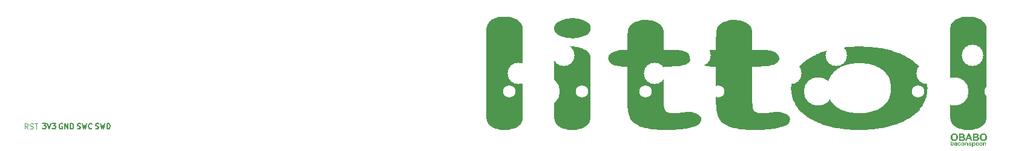
<source format=gto>
%TF.GenerationSoftware,KiCad,Pcbnew,7.0.6*%
%TF.CreationDate,2023-07-16T23:36:14-04:00*%
%TF.ProjectId,littolRP2040,6c697474-6f6c-4525-9032-3034302e6b69,rev?*%
%TF.SameCoordinates,PX2d6b3a0PY7e098dc*%
%TF.FileFunction,Legend,Top*%
%TF.FilePolarity,Positive*%
%FSLAX46Y46*%
G04 Gerber Fmt 4.6, Leading zero omitted, Abs format (unit mm)*
G04 Created by KiCad (PCBNEW 7.0.6) date 2023-07-16 23:36:14*
%MOMM*%
%LPD*%
G01*
G04 APERTURE LIST*
%ADD10C,0.250000*%
%ADD11C,3.750000*%
%ADD12C,0.150000*%
%ADD13C,0.125000*%
%ADD14R,1.700000X1.700000*%
%ADD15O,1.700000X1.700000*%
%ADD16C,1.750000*%
%ADD17C,3.000000*%
%ADD18C,3.987800*%
%ADD19C,3.048000*%
%ADD20C,0.650000*%
%ADD21O,1.000000X1.600000*%
%ADD22O,1.000000X2.100000*%
G04 APERTURE END LIST*
D10*
G36*
X200000835Y13123530D02*
G01*
X200010613Y13123340D01*
X200029909Y13122579D01*
X200048859Y13121310D01*
X200067465Y13119533D01*
X200085725Y13117249D01*
X200103640Y13114458D01*
X200121209Y13111158D01*
X200138433Y13107352D01*
X200155311Y13103037D01*
X200171844Y13098215D01*
X200188032Y13092886D01*
X200203875Y13087049D01*
X200219372Y13080704D01*
X200234523Y13073852D01*
X200249329Y13066493D01*
X200263790Y13058625D01*
X200277861Y13050289D01*
X200291497Y13041524D01*
X200304697Y13032330D01*
X200317463Y13022706D01*
X200329793Y13012653D01*
X200341689Y13002171D01*
X200353149Y12991259D01*
X200364174Y12979918D01*
X200374764Y12968148D01*
X200384920Y12955948D01*
X200394640Y12943319D01*
X200403925Y12930260D01*
X200412775Y12916773D01*
X200421190Y12902856D01*
X200429169Y12888509D01*
X200436714Y12873733D01*
X200443842Y12858614D01*
X200450510Y12843176D01*
X200456718Y12827420D01*
X200462467Y12811345D01*
X200467755Y12794951D01*
X200472584Y12778238D01*
X200476952Y12761207D01*
X200480861Y12743857D01*
X200484310Y12726189D01*
X200487299Y12708202D01*
X200489829Y12689896D01*
X200491898Y12671271D01*
X200493507Y12652328D01*
X200494657Y12633066D01*
X200495347Y12613486D01*
X200495519Y12603576D01*
X200495577Y12593587D01*
X200495451Y12578832D01*
X200495073Y12564243D01*
X200494443Y12549821D01*
X200493562Y12535564D01*
X200492428Y12521473D01*
X200491043Y12507548D01*
X200489406Y12493790D01*
X200487517Y12480197D01*
X200485376Y12466770D01*
X200482983Y12453510D01*
X200480338Y12440415D01*
X200477442Y12427486D01*
X200474293Y12414724D01*
X200470893Y12402127D01*
X200467241Y12389697D01*
X200463337Y12377432D01*
X200459211Y12365350D01*
X200454834Y12353469D01*
X200450205Y12341789D01*
X200445324Y12330308D01*
X200440191Y12319028D01*
X200434806Y12307949D01*
X200429169Y12297069D01*
X200423281Y12286390D01*
X200417140Y12275912D01*
X200410748Y12265634D01*
X200404104Y12255556D01*
X200397208Y12245678D01*
X200390060Y12236001D01*
X200382660Y12226524D01*
X200375009Y12217248D01*
X200367105Y12208172D01*
X200358960Y12199328D01*
X200350584Y12190750D01*
X200341978Y12182437D01*
X200333140Y12174390D01*
X200324072Y12166607D01*
X200314772Y12159090D01*
X200305242Y12151838D01*
X200295481Y12144852D01*
X200285489Y12138130D01*
X200275266Y12131674D01*
X200264812Y12125483D01*
X200254127Y12119557D01*
X200243212Y12113897D01*
X200232065Y12108501D01*
X200220688Y12103371D01*
X200209080Y12098507D01*
X200197282Y12093922D01*
X200185274Y12089634D01*
X200173056Y12085641D01*
X200160628Y12081944D01*
X200147991Y12078543D01*
X200135143Y12075437D01*
X200122086Y12072627D01*
X200108818Y12070113D01*
X200095341Y12067895D01*
X200081654Y12065973D01*
X200067757Y12064346D01*
X200053650Y12063015D01*
X200039333Y12061980D01*
X200024806Y12061240D01*
X200010070Y12060797D01*
X199995123Y12060649D01*
X199980288Y12060801D01*
X199965642Y12061256D01*
X199951185Y12062014D01*
X199936917Y12063076D01*
X199922838Y12064441D01*
X199908947Y12066110D01*
X199895246Y12068082D01*
X199881733Y12070358D01*
X199868410Y12072936D01*
X199855275Y12075819D01*
X199842329Y12079004D01*
X199829572Y12082493D01*
X199817004Y12086286D01*
X199804625Y12090382D01*
X199792435Y12094781D01*
X199780434Y12099484D01*
X199768681Y12104493D01*
X199757173Y12109753D01*
X199745912Y12115263D01*
X199734898Y12121023D01*
X199724129Y12127032D01*
X199713607Y12133292D01*
X199703330Y12139802D01*
X199693300Y12146561D01*
X199683516Y12153571D01*
X199673978Y12160831D01*
X199664686Y12168340D01*
X199655641Y12176099D01*
X199646841Y12184109D01*
X199638288Y12192368D01*
X199629981Y12200878D01*
X199621920Y12209637D01*
X199614103Y12218632D01*
X199606529Y12227848D01*
X199599197Y12237286D01*
X199592107Y12246945D01*
X199585260Y12256826D01*
X199578655Y12266927D01*
X199572292Y12277250D01*
X199566172Y12287795D01*
X199560294Y12298561D01*
X199554658Y12309548D01*
X199549265Y12320756D01*
X199544114Y12332186D01*
X199539205Y12343837D01*
X199534538Y12355710D01*
X199530114Y12367803D01*
X199525933Y12380119D01*
X199521999Y12392635D01*
X199518319Y12405272D01*
X199514893Y12418029D01*
X199511721Y12430906D01*
X199508802Y12443903D01*
X199506138Y12457021D01*
X199503727Y12470259D01*
X199501569Y12483617D01*
X199499666Y12497095D01*
X199498017Y12510693D01*
X199496621Y12524412D01*
X199495479Y12538251D01*
X199494590Y12552210D01*
X199493956Y12566289D01*
X199493575Y12580488D01*
X199493448Y12594808D01*
X199493450Y12595052D01*
X199715709Y12595052D01*
X199715792Y12584250D01*
X199716041Y12573582D01*
X199716456Y12563047D01*
X199717037Y12552646D01*
X199717784Y12542378D01*
X199718698Y12532244D01*
X199719777Y12522243D01*
X199721022Y12512376D01*
X199722433Y12502643D01*
X199724861Y12488293D01*
X199727662Y12474244D01*
X199730837Y12460495D01*
X199734385Y12447047D01*
X199736959Y12438248D01*
X199741093Y12425407D01*
X199745528Y12412986D01*
X199750264Y12400987D01*
X199755300Y12389407D01*
X199760636Y12378249D01*
X199766273Y12367511D01*
X199772211Y12357195D01*
X199778449Y12347298D01*
X199784988Y12337823D01*
X199791827Y12328768D01*
X199796554Y12322966D01*
X199803886Y12314650D01*
X199811412Y12306737D01*
X199819130Y12299228D01*
X199827042Y12292122D01*
X199835147Y12285421D01*
X199843446Y12279122D01*
X199851937Y12273228D01*
X199860622Y12267736D01*
X199869500Y12262649D01*
X199878571Y12257965D01*
X199884725Y12255066D01*
X199894108Y12251051D01*
X199903662Y12247430D01*
X199913388Y12244204D01*
X199923285Y12241373D01*
X199933355Y12238938D01*
X199943596Y12236897D01*
X199954008Y12235251D01*
X199964593Y12234000D01*
X199975349Y12233145D01*
X199986277Y12232684D01*
X199993658Y12232596D01*
X200007834Y12232937D01*
X200021788Y12233961D01*
X200035518Y12235668D01*
X200049025Y12238057D01*
X200062308Y12241129D01*
X200075368Y12244883D01*
X200088205Y12249321D01*
X200100819Y12254440D01*
X200113210Y12260243D01*
X200125377Y12266728D01*
X200133365Y12271431D01*
X200145090Y12279090D01*
X200156360Y12287505D01*
X200167175Y12296675D01*
X200177534Y12306602D01*
X200187439Y12317283D01*
X200193789Y12324824D01*
X200199938Y12332701D01*
X200205883Y12340914D01*
X200211627Y12349462D01*
X200217168Y12358347D01*
X200222507Y12367567D01*
X200227644Y12377123D01*
X200232578Y12387015D01*
X200234970Y12392087D01*
X200239584Y12402496D01*
X200243900Y12413210D01*
X200247918Y12424226D01*
X200251639Y12435546D01*
X200255062Y12447170D01*
X200258188Y12459097D01*
X200261016Y12471327D01*
X200263546Y12483861D01*
X200265779Y12496698D01*
X200267713Y12509838D01*
X200269351Y12523282D01*
X200270690Y12537029D01*
X200271732Y12551080D01*
X200272476Y12565434D01*
X200272923Y12580091D01*
X200273072Y12595052D01*
X200272934Y12608856D01*
X200272522Y12622423D01*
X200271835Y12635753D01*
X200270873Y12648847D01*
X200269637Y12661704D01*
X200268126Y12674324D01*
X200266340Y12686708D01*
X200264279Y12698856D01*
X200261943Y12710766D01*
X200259333Y12722440D01*
X200256448Y12733878D01*
X200253288Y12745078D01*
X200249853Y12756043D01*
X200246144Y12766770D01*
X200242160Y12777261D01*
X200237901Y12787516D01*
X200233420Y12797526D01*
X200228711Y12807223D01*
X200223773Y12816607D01*
X200218605Y12825679D01*
X200213209Y12834437D01*
X200207584Y12842882D01*
X200201730Y12851015D01*
X200195647Y12858835D01*
X200189334Y12866341D01*
X200179437Y12877014D01*
X200169024Y12886984D01*
X200158096Y12896249D01*
X200146653Y12904809D01*
X200138738Y12910126D01*
X200126566Y12917546D01*
X200114046Y12924236D01*
X200101178Y12930197D01*
X200087962Y12935428D01*
X200074399Y12939928D01*
X200060488Y12943699D01*
X200046229Y12946741D01*
X200036530Y12948362D01*
X200026676Y12949660D01*
X200016668Y12950633D01*
X200006505Y12951282D01*
X199996188Y12951606D01*
X199990971Y12951647D01*
X199979922Y12951445D01*
X199969032Y12950840D01*
X199958301Y12949831D01*
X199947729Y12948418D01*
X199937315Y12946602D01*
X199927061Y12944383D01*
X199916965Y12941759D01*
X199907028Y12938733D01*
X199897250Y12935302D01*
X199887631Y12931468D01*
X199881306Y12928688D01*
X199871995Y12924242D01*
X199862928Y12919423D01*
X199854106Y12914230D01*
X199845528Y12908664D01*
X199837196Y12902724D01*
X199829108Y12896411D01*
X199821265Y12889724D01*
X199813666Y12882664D01*
X199806312Y12875230D01*
X199799203Y12867422D01*
X199794600Y12862010D01*
X199787909Y12853593D01*
X199781485Y12844739D01*
X199775327Y12835447D01*
X199769435Y12825717D01*
X199763809Y12815549D01*
X199758450Y12804943D01*
X199753357Y12793899D01*
X199748530Y12782417D01*
X199743969Y12770497D01*
X199739674Y12758140D01*
X199736959Y12749658D01*
X199733161Y12736637D01*
X199729737Y12723311D01*
X199726687Y12709681D01*
X199724010Y12695745D01*
X199721706Y12681505D01*
X199719777Y12666960D01*
X199718698Y12657094D01*
X199717784Y12647092D01*
X199717037Y12636955D01*
X199716456Y12626683D01*
X199716041Y12616275D01*
X199715792Y12605731D01*
X199715709Y12595052D01*
X199493450Y12595052D01*
X199493580Y12609480D01*
X199493975Y12624003D01*
X199494633Y12638377D01*
X199495555Y12652602D01*
X199496740Y12666678D01*
X199498188Y12680606D01*
X199499900Y12694385D01*
X199501875Y12708015D01*
X199504113Y12721496D01*
X199506615Y12734828D01*
X199509380Y12748011D01*
X199512408Y12761046D01*
X199515699Y12773932D01*
X199519254Y12786668D01*
X199523072Y12799257D01*
X199527154Y12811696D01*
X199531516Y12823946D01*
X199536115Y12835967D01*
X199540950Y12847760D01*
X199546022Y12859323D01*
X199551330Y12870657D01*
X199556875Y12881763D01*
X199562657Y12892639D01*
X199568675Y12903287D01*
X199574930Y12913705D01*
X199581422Y12923895D01*
X199588150Y12933855D01*
X199595114Y12943587D01*
X199602316Y12953089D01*
X199609754Y12962363D01*
X199617428Y12971408D01*
X199625340Y12980223D01*
X199633479Y12988797D01*
X199641837Y12997114D01*
X199650415Y13005176D01*
X199659213Y13012982D01*
X199668230Y13020533D01*
X199677466Y13027828D01*
X199686922Y13034867D01*
X199696597Y13041650D01*
X199706492Y13048178D01*
X199716606Y13054450D01*
X199726940Y13060467D01*
X199737493Y13066227D01*
X199748265Y13071732D01*
X199759257Y13076982D01*
X199770468Y13081975D01*
X199781899Y13086713D01*
X199793535Y13091179D01*
X199805362Y13095357D01*
X199817379Y13099247D01*
X199829588Y13102848D01*
X199841987Y13106162D01*
X199854577Y13109187D01*
X199867357Y13111925D01*
X199880329Y13114374D01*
X199893491Y13116535D01*
X199906845Y13118407D01*
X199920389Y13119992D01*
X199934124Y13121289D01*
X199948049Y13122297D01*
X199962166Y13123018D01*
X199976473Y13123450D01*
X199990971Y13123594D01*
X200000835Y13123530D01*
G37*
G36*
X201118933Y13092247D02*
G01*
X201132084Y13091996D01*
X201144905Y13091577D01*
X201157395Y13090991D01*
X201169554Y13090238D01*
X201181383Y13089317D01*
X201192881Y13088228D01*
X201204049Y13086973D01*
X201214886Y13085549D01*
X201225393Y13083959D01*
X201232213Y13082805D01*
X201242237Y13080913D01*
X201252068Y13078715D01*
X201261706Y13076213D01*
X201271151Y13073406D01*
X201283443Y13069189D01*
X201295392Y13064430D01*
X201306997Y13059129D01*
X201318259Y13053286D01*
X201329178Y13046902D01*
X201338264Y13041406D01*
X201347084Y13035544D01*
X201355636Y13029316D01*
X201363921Y13022722D01*
X201371939Y13015761D01*
X201379690Y13008433D01*
X201387174Y13000740D01*
X201394390Y12992680D01*
X201401264Y12984383D01*
X201407717Y12975857D01*
X201413751Y12967103D01*
X201419364Y12958119D01*
X201424558Y12948907D01*
X201429332Y12939465D01*
X201433687Y12929795D01*
X201437621Y12919895D01*
X201441113Y12909874D01*
X201444140Y12899715D01*
X201446700Y12889418D01*
X201448796Y12878985D01*
X201450425Y12868413D01*
X201451589Y12857705D01*
X201452287Y12846859D01*
X201452520Y12835876D01*
X201451984Y12817148D01*
X201450376Y12799129D01*
X201447695Y12781817D01*
X201443941Y12765213D01*
X201439116Y12749317D01*
X201433217Y12734130D01*
X201426247Y12719650D01*
X201418204Y12705877D01*
X201409089Y12692813D01*
X201398901Y12680457D01*
X201387641Y12668809D01*
X201375309Y12657869D01*
X201361904Y12647636D01*
X201347427Y12638112D01*
X201331878Y12629295D01*
X201315256Y12621186D01*
X201326616Y12617365D01*
X201337615Y12613290D01*
X201348254Y12608962D01*
X201358533Y12604379D01*
X201368450Y12599543D01*
X201378007Y12594453D01*
X201387203Y12589109D01*
X201396039Y12583512D01*
X201404514Y12577660D01*
X201412629Y12571555D01*
X201420382Y12565196D01*
X201427775Y12558584D01*
X201434808Y12551717D01*
X201447791Y12537223D01*
X201459331Y12521714D01*
X201469429Y12505189D01*
X201478085Y12487649D01*
X201481871Y12478499D01*
X201485297Y12469095D01*
X201488363Y12459436D01*
X201491068Y12449525D01*
X201493412Y12439359D01*
X201495395Y12428940D01*
X201497018Y12418266D01*
X201498281Y12407339D01*
X201499182Y12396158D01*
X201499723Y12384724D01*
X201499903Y12373036D01*
X201499730Y12362204D01*
X201499209Y12351508D01*
X201498341Y12340947D01*
X201497125Y12330522D01*
X201495562Y12320232D01*
X201493652Y12310078D01*
X201491395Y12300059D01*
X201488790Y12290176D01*
X201485838Y12280428D01*
X201482539Y12270816D01*
X201478893Y12261339D01*
X201474899Y12251998D01*
X201470558Y12242792D01*
X201465870Y12233722D01*
X201460834Y12224787D01*
X201455451Y12215987D01*
X201449773Y12207398D01*
X201443850Y12199093D01*
X201437683Y12191072D01*
X201431271Y12183335D01*
X201424616Y12175883D01*
X201417716Y12168715D01*
X201410572Y12161831D01*
X201403183Y12155232D01*
X201395551Y12148917D01*
X201387674Y12142886D01*
X201379553Y12137140D01*
X201371187Y12131678D01*
X201362578Y12126500D01*
X201353724Y12121607D01*
X201344626Y12116997D01*
X201335284Y12112673D01*
X201323343Y12107849D01*
X201314101Y12104471D01*
X201304615Y12101300D01*
X201294884Y12098335D01*
X201284909Y12095576D01*
X201274688Y12093023D01*
X201264223Y12090676D01*
X201253514Y12088535D01*
X201242559Y12086600D01*
X201231360Y12084871D01*
X201227573Y12084341D01*
X201216044Y12082900D01*
X201204171Y12081601D01*
X201191955Y12080444D01*
X201179396Y12079429D01*
X201166493Y12078555D01*
X201153246Y12077823D01*
X201139657Y12077233D01*
X201125723Y12076784D01*
X201111447Y12076477D01*
X201096826Y12076312D01*
X201086889Y12076280D01*
X200778899Y12076280D01*
X200766101Y12076562D01*
X200753994Y12077405D01*
X200742579Y12078811D01*
X200731855Y12080780D01*
X200721822Y12083311D01*
X200712481Y12086404D01*
X200701100Y12091404D01*
X200690949Y12097403D01*
X200682027Y12104402D01*
X200678026Y12108276D01*
X200670871Y12116840D01*
X200664669Y12126533D01*
X200659422Y12137356D01*
X200655128Y12149309D01*
X200652535Y12159015D01*
X200650477Y12169356D01*
X200648957Y12180333D01*
X200647973Y12191945D01*
X200647526Y12204192D01*
X200647496Y12208416D01*
X200647496Y12529595D01*
X200867314Y12529595D01*
X200867314Y12248227D01*
X201078584Y12248227D01*
X201090816Y12248367D01*
X201102660Y12248786D01*
X201114115Y12249483D01*
X201125181Y12250460D01*
X201135860Y12251716D01*
X201146150Y12253251D01*
X201156052Y12255065D01*
X201174691Y12259530D01*
X201191776Y12265111D01*
X201207309Y12271809D01*
X201221288Y12279622D01*
X201233714Y12288553D01*
X201244586Y12298599D01*
X201253906Y12309762D01*
X201261672Y12322041D01*
X201267885Y12335436D01*
X201272544Y12349947D01*
X201275651Y12365575D01*
X201277204Y12382319D01*
X201277398Y12391110D01*
X201276952Y12404405D01*
X201275612Y12416995D01*
X201273380Y12428882D01*
X201270254Y12440065D01*
X201266235Y12450544D01*
X201261324Y12460318D01*
X201255519Y12469388D01*
X201248822Y12477755D01*
X201241231Y12485417D01*
X201232748Y12492375D01*
X201226596Y12496622D01*
X201216602Y12502515D01*
X201205673Y12507828D01*
X201193807Y12512561D01*
X201181006Y12516715D01*
X201167269Y12520289D01*
X201157591Y12522350D01*
X201147497Y12524153D01*
X201136987Y12525699D01*
X201126061Y12526987D01*
X201114719Y12528017D01*
X201102961Y12528790D01*
X201090787Y12529305D01*
X201078197Y12529563D01*
X201071746Y12529595D01*
X200867314Y12529595D01*
X200647496Y12529595D01*
X200647496Y12920384D01*
X200867314Y12920384D01*
X200867314Y12685911D01*
X201046344Y12685911D01*
X201060090Y12686024D01*
X201073209Y12686366D01*
X201085701Y12686935D01*
X201097567Y12687731D01*
X201108805Y12688755D01*
X201119417Y12690006D01*
X201129402Y12691486D01*
X201141740Y12693812D01*
X201152964Y12696542D01*
X201160650Y12698856D01*
X201170244Y12702519D01*
X201179243Y12706916D01*
X201187647Y12712045D01*
X201197314Y12719486D01*
X201204378Y12726264D01*
X201210846Y12733775D01*
X201216720Y12742018D01*
X201220734Y12748681D01*
X201226295Y12758613D01*
X201230706Y12768991D01*
X201233966Y12779816D01*
X201236075Y12791088D01*
X201236954Y12800822D01*
X201237098Y12806811D01*
X201236647Y12819189D01*
X201235295Y12830768D01*
X201233041Y12841548D01*
X201229885Y12851530D01*
X201225828Y12860714D01*
X201219016Y12871716D01*
X201210601Y12881299D01*
X201200583Y12889462D01*
X201192018Y12894652D01*
X201185807Y12897669D01*
X201175721Y12901729D01*
X201164604Y12905389D01*
X201152456Y12908649D01*
X201139279Y12911511D01*
X201125071Y12913973D01*
X201115026Y12915393D01*
X201104524Y12916635D01*
X201093563Y12917700D01*
X201082145Y12918587D01*
X201070269Y12919297D01*
X201057935Y12919829D01*
X201045142Y12920184D01*
X201031892Y12920362D01*
X201025095Y12920384D01*
X200867314Y12920384D01*
X200647496Y12920384D01*
X200647496Y12960195D01*
X200647773Y12972910D01*
X200648604Y12984951D01*
X200649988Y12996317D01*
X200651927Y13007010D01*
X200654419Y13017028D01*
X200657465Y13026373D01*
X200662388Y13037783D01*
X200668296Y13047996D01*
X200675188Y13057010D01*
X200679003Y13061068D01*
X200687456Y13068395D01*
X200697062Y13074745D01*
X200707820Y13080119D01*
X200719731Y13084515D01*
X200729420Y13087171D01*
X200739758Y13089278D01*
X200750744Y13090835D01*
X200762378Y13091842D01*
X200774660Y13092300D01*
X200778899Y13092331D01*
X201105451Y13092331D01*
X201118933Y13092247D01*
G37*
G36*
X202038600Y13123323D02*
G01*
X202049038Y13122510D01*
X202059025Y13121155D01*
X202070876Y13118700D01*
X202082023Y13115397D01*
X202092466Y13111248D01*
X202102206Y13106253D01*
X202111378Y13100677D01*
X202119966Y13094637D01*
X202127970Y13088131D01*
X202135389Y13081160D01*
X202142224Y13073725D01*
X202148474Y13065824D01*
X202150811Y13062533D01*
X202156386Y13054136D01*
X202161663Y13045584D01*
X202166642Y13036877D01*
X202171323Y13028015D01*
X202175706Y13018998D01*
X202179791Y13009825D01*
X202181341Y13006113D01*
X202185312Y12996336D01*
X202189594Y12985629D01*
X202193242Y12976394D01*
X202197089Y12966563D01*
X202201134Y12956137D01*
X202205378Y12945115D01*
X202209820Y12933498D01*
X202212116Y12927467D01*
X202475165Y12273873D01*
X202478980Y12264508D01*
X202484242Y12251061D01*
X202488950Y12238336D01*
X202493103Y12226331D01*
X202496703Y12215049D01*
X202499749Y12204487D01*
X202502242Y12194647D01*
X202504703Y12182648D01*
X202506180Y12171932D01*
X202506672Y12162498D01*
X202505903Y12150606D01*
X202503596Y12139047D01*
X202499749Y12127822D01*
X202494365Y12116932D01*
X202488950Y12108459D01*
X202482550Y12100201D01*
X202475165Y12092156D01*
X202467086Y12084772D01*
X202458602Y12078372D01*
X202449714Y12072957D01*
X202440422Y12068526D01*
X202430724Y12065080D01*
X202420623Y12062618D01*
X202410116Y12061141D01*
X202399206Y12060649D01*
X202388313Y12061081D01*
X202378075Y12062379D01*
X202368491Y12064541D01*
X202358340Y12068071D01*
X202354753Y12069686D01*
X202345747Y12074601D01*
X202337534Y12080311D01*
X202330115Y12086813D01*
X202323490Y12094110D01*
X202317186Y12102827D01*
X202311544Y12111931D01*
X202306615Y12120833D01*
X202301601Y12130747D01*
X202297356Y12139784D01*
X202293171Y12149069D01*
X202289166Y12157997D01*
X202284595Y12168238D01*
X202280281Y12177964D01*
X202276225Y12187174D01*
X202273665Y12193029D01*
X202227747Y12310754D01*
X201828899Y12310754D01*
X201782737Y12190586D01*
X201779192Y12181428D01*
X201773979Y12168381D01*
X201768891Y12156163D01*
X201763927Y12144774D01*
X201759088Y12134213D01*
X201754373Y12124481D01*
X201749783Y12115577D01*
X201743856Y12104994D01*
X201738151Y12095885D01*
X201732667Y12088248D01*
X201725341Y12080297D01*
X201716643Y12073694D01*
X201706574Y12068438D01*
X201695134Y12064530D01*
X201684994Y12062374D01*
X201673976Y12061080D01*
X201662081Y12060649D01*
X201651849Y12061126D01*
X201641915Y12062557D01*
X201632279Y12064942D01*
X201622941Y12068282D01*
X201613900Y12072575D01*
X201605157Y12077822D01*
X201596711Y12084024D01*
X201588564Y12091179D01*
X201581122Y12098949D01*
X201574672Y12106994D01*
X201569215Y12115314D01*
X201563789Y12126099D01*
X201559913Y12137314D01*
X201557587Y12148959D01*
X201556812Y12161033D01*
X201557255Y12172069D01*
X201558368Y12181802D01*
X201560160Y12191604D01*
X201562629Y12201477D01*
X201563895Y12205729D01*
X201567415Y12216568D01*
X201571101Y12227124D01*
X201574646Y12236813D01*
X201578619Y12247313D01*
X201583022Y12258623D01*
X201586854Y12268255D01*
X201670865Y12482701D01*
X201888005Y12482701D01*
X202166686Y12482701D01*
X202026247Y12873733D01*
X201888005Y12482701D01*
X201670865Y12482701D01*
X201844530Y12926001D01*
X201848072Y12935141D01*
X201851829Y12944854D01*
X201855800Y12955139D01*
X201859986Y12965996D01*
X201864387Y12977426D01*
X201868062Y12986982D01*
X201870908Y12994389D01*
X201874858Y13004205D01*
X201878892Y13013623D01*
X201883010Y13022645D01*
X201888275Y13033364D01*
X201893672Y13043463D01*
X201899199Y13052942D01*
X201904858Y13061800D01*
X201910939Y13070098D01*
X201917581Y13077896D01*
X201924783Y13085192D01*
X201932545Y13091987D01*
X201940868Y13098282D01*
X201949752Y13104075D01*
X201953462Y13106253D01*
X201963261Y13111248D01*
X201973727Y13115397D01*
X201984861Y13118700D01*
X201996663Y13121155D01*
X202006585Y13122510D01*
X202016935Y13123323D01*
X202027712Y13123594D01*
X202038600Y13123323D01*
G37*
G36*
X203078738Y13092247D02*
G01*
X203091889Y13091996D01*
X203104709Y13091577D01*
X203117199Y13090991D01*
X203129359Y13090238D01*
X203141188Y13089317D01*
X203152686Y13088228D01*
X203163854Y13086973D01*
X203174691Y13085549D01*
X203185197Y13083959D01*
X203192018Y13082805D01*
X203202042Y13080913D01*
X203211873Y13078715D01*
X203221511Y13076213D01*
X203230955Y13073406D01*
X203243248Y13069189D01*
X203255197Y13064430D01*
X203266802Y13059129D01*
X203278064Y13053286D01*
X203288982Y13046902D01*
X203298069Y13041406D01*
X203306888Y13035544D01*
X203315441Y13029316D01*
X203323726Y13022722D01*
X203331744Y13015761D01*
X203339495Y13008433D01*
X203346978Y13000740D01*
X203354195Y12992680D01*
X203361068Y12984383D01*
X203367522Y12975857D01*
X203373555Y12967103D01*
X203379169Y12958119D01*
X203384363Y12948907D01*
X203389137Y12939465D01*
X203393491Y12929795D01*
X203397426Y12919895D01*
X203400918Y12909874D01*
X203403944Y12899715D01*
X203406505Y12889418D01*
X203408600Y12878985D01*
X203410230Y12868413D01*
X203411394Y12857705D01*
X203412092Y12846859D01*
X203412325Y12835876D01*
X203411789Y12817148D01*
X203410180Y12799129D01*
X203407499Y12781817D01*
X203403746Y12765213D01*
X203398920Y12749317D01*
X203393022Y12734130D01*
X203386052Y12719650D01*
X203378009Y12705877D01*
X203368894Y12692813D01*
X203358706Y12680457D01*
X203347446Y12668809D01*
X203335114Y12657869D01*
X203321709Y12647636D01*
X203307232Y12638112D01*
X203291682Y12629295D01*
X203275060Y12621186D01*
X203286421Y12617365D01*
X203297420Y12613290D01*
X203308059Y12608962D01*
X203318337Y12604379D01*
X203328255Y12599543D01*
X203337812Y12594453D01*
X203347008Y12589109D01*
X203355844Y12583512D01*
X203364319Y12577660D01*
X203372433Y12571555D01*
X203380187Y12565196D01*
X203387580Y12558584D01*
X203394613Y12551717D01*
X203407596Y12537223D01*
X203419136Y12521714D01*
X203429234Y12505189D01*
X203437889Y12487649D01*
X203441676Y12478499D01*
X203445102Y12469095D01*
X203448168Y12459436D01*
X203450872Y12449525D01*
X203453216Y12439359D01*
X203455200Y12428940D01*
X203456823Y12418266D01*
X203458085Y12407339D01*
X203458987Y12396158D01*
X203459528Y12384724D01*
X203459708Y12373036D01*
X203459534Y12362204D01*
X203459013Y12351508D01*
X203458145Y12340947D01*
X203456930Y12330522D01*
X203455367Y12320232D01*
X203453457Y12310078D01*
X203451200Y12300059D01*
X203448595Y12290176D01*
X203445643Y12280428D01*
X203442344Y12270816D01*
X203438697Y12261339D01*
X203434704Y12251998D01*
X203430363Y12242792D01*
X203425674Y12233722D01*
X203420639Y12224787D01*
X203415256Y12215987D01*
X203409577Y12207398D01*
X203403654Y12199093D01*
X203397487Y12191072D01*
X203391076Y12183335D01*
X203384420Y12175883D01*
X203377520Y12168715D01*
X203370376Y12161831D01*
X203362988Y12155232D01*
X203355355Y12148917D01*
X203347478Y12142886D01*
X203339357Y12137140D01*
X203330992Y12131678D01*
X203322382Y12126500D01*
X203313529Y12121607D01*
X203304431Y12116997D01*
X203295088Y12112673D01*
X203283147Y12107849D01*
X203273906Y12104471D01*
X203264420Y12101300D01*
X203254689Y12098335D01*
X203244713Y12095576D01*
X203234493Y12093023D01*
X203224028Y12090676D01*
X203213318Y12088535D01*
X203202364Y12086600D01*
X203191165Y12084871D01*
X203187377Y12084341D01*
X203175848Y12082900D01*
X203163976Y12081601D01*
X203151760Y12080444D01*
X203139200Y12079429D01*
X203126297Y12078555D01*
X203113051Y12077823D01*
X203099461Y12077233D01*
X203085528Y12076784D01*
X203071251Y12076477D01*
X203056631Y12076312D01*
X203046693Y12076280D01*
X202738703Y12076280D01*
X202725905Y12076562D01*
X202713799Y12077405D01*
X202702384Y12078811D01*
X202691660Y12080780D01*
X202681627Y12083311D01*
X202672285Y12086404D01*
X202660905Y12091404D01*
X202650754Y12097403D01*
X202641831Y12104402D01*
X202637831Y12108276D01*
X202630675Y12116840D01*
X202624474Y12126533D01*
X202619226Y12137356D01*
X202614933Y12149309D01*
X202612339Y12159015D01*
X202610282Y12169356D01*
X202608761Y12180333D01*
X202607777Y12191945D01*
X202607330Y12204192D01*
X202607300Y12208416D01*
X202607300Y12529595D01*
X202827119Y12529595D01*
X202827119Y12248227D01*
X203038389Y12248227D01*
X203050621Y12248367D01*
X203062464Y12248786D01*
X203073919Y12249483D01*
X203084986Y12250460D01*
X203095665Y12251716D01*
X203105955Y12253251D01*
X203115857Y12255065D01*
X203134495Y12259530D01*
X203151581Y12265111D01*
X203167113Y12271809D01*
X203181092Y12279622D01*
X203193518Y12288553D01*
X203204391Y12298599D01*
X203213710Y12309762D01*
X203221476Y12322041D01*
X203227689Y12335436D01*
X203232349Y12349947D01*
X203235455Y12365575D01*
X203237009Y12382319D01*
X203237203Y12391110D01*
X203236756Y12404405D01*
X203235417Y12416995D01*
X203233184Y12428882D01*
X203230059Y12440065D01*
X203226040Y12450544D01*
X203221129Y12460318D01*
X203215324Y12469388D01*
X203208626Y12477755D01*
X203201036Y12485417D01*
X203192552Y12492375D01*
X203186400Y12496622D01*
X203176407Y12502515D01*
X203165477Y12507828D01*
X203153612Y12512561D01*
X203140811Y12516715D01*
X203127074Y12520289D01*
X203117395Y12522350D01*
X203107301Y12524153D01*
X203096791Y12525699D01*
X203085865Y12526987D01*
X203074523Y12528017D01*
X203062765Y12528790D01*
X203050591Y12529305D01*
X203038001Y12529563D01*
X203031550Y12529595D01*
X202827119Y12529595D01*
X202607300Y12529595D01*
X202607300Y12920384D01*
X202827119Y12920384D01*
X202827119Y12685911D01*
X203006149Y12685911D01*
X203019895Y12686024D01*
X203033014Y12686366D01*
X203045506Y12686935D01*
X203057371Y12687731D01*
X203068610Y12688755D01*
X203079222Y12690006D01*
X203089206Y12691486D01*
X203101544Y12693812D01*
X203112768Y12696542D01*
X203120455Y12698856D01*
X203130049Y12702519D01*
X203139048Y12706916D01*
X203147451Y12712045D01*
X203157118Y12719486D01*
X203164182Y12726264D01*
X203170651Y12733775D01*
X203176524Y12742018D01*
X203180538Y12748681D01*
X203186100Y12758613D01*
X203190510Y12768991D01*
X203193770Y12779816D01*
X203195880Y12791088D01*
X203196759Y12800822D01*
X203196903Y12806811D01*
X203196452Y12819189D01*
X203195099Y12830768D01*
X203192845Y12841548D01*
X203189690Y12851530D01*
X203185633Y12860714D01*
X203178821Y12871716D01*
X203170406Y12881299D01*
X203160388Y12889462D01*
X203151823Y12894652D01*
X203145612Y12897669D01*
X203135525Y12901729D01*
X203124408Y12905389D01*
X203112261Y12908649D01*
X203099083Y12911511D01*
X203084875Y12913973D01*
X203074831Y12915393D01*
X203064328Y12916635D01*
X203053368Y12917700D01*
X203041950Y12918587D01*
X203030073Y12919297D01*
X203017739Y12919829D01*
X203004947Y12920184D01*
X202991697Y12920362D01*
X202984900Y12920384D01*
X202827119Y12920384D01*
X202607300Y12920384D01*
X202607300Y12960195D01*
X202607577Y12972910D01*
X202608408Y12984951D01*
X202609793Y12996317D01*
X202611731Y13007010D01*
X202614223Y13017028D01*
X202617270Y13026373D01*
X202622193Y13037783D01*
X202628100Y13047996D01*
X202634992Y13057010D01*
X202638808Y13061068D01*
X202647261Y13068395D01*
X202656866Y13074745D01*
X202667625Y13080119D01*
X202679535Y13084515D01*
X202689225Y13087171D01*
X202699562Y13089278D01*
X202710548Y13090835D01*
X202722182Y13091842D01*
X202734465Y13092300D01*
X202738703Y13092331D01*
X203065256Y13092331D01*
X203078738Y13092247D01*
G37*
G36*
X204075783Y13123530D02*
G01*
X204085560Y13123340D01*
X204104856Y13122579D01*
X204123807Y13121310D01*
X204142413Y13119533D01*
X204160673Y13117249D01*
X204178587Y13114458D01*
X204196156Y13111158D01*
X204213380Y13107352D01*
X204230259Y13103037D01*
X204246792Y13098215D01*
X204262980Y13092886D01*
X204278822Y13087049D01*
X204294319Y13080704D01*
X204309471Y13073852D01*
X204324277Y13066493D01*
X204338738Y13058625D01*
X204352809Y13050289D01*
X204366444Y13041524D01*
X204379645Y13032330D01*
X204392410Y13022706D01*
X204404741Y13012653D01*
X204416636Y13002171D01*
X204428097Y12991259D01*
X204439122Y12979918D01*
X204449712Y12968148D01*
X204459867Y12955948D01*
X204469587Y12943319D01*
X204478872Y12930260D01*
X204487722Y12916773D01*
X204496137Y12902856D01*
X204504117Y12888509D01*
X204511662Y12873733D01*
X204518790Y12858614D01*
X204525458Y12843176D01*
X204531666Y12827420D01*
X204537414Y12811345D01*
X204542703Y12794951D01*
X204547531Y12778238D01*
X204551900Y12761207D01*
X204555809Y12743857D01*
X204559258Y12726189D01*
X204562247Y12708202D01*
X204564776Y12689896D01*
X204566846Y12671271D01*
X204568455Y12652328D01*
X204569605Y12633066D01*
X204570295Y12613486D01*
X204570467Y12603576D01*
X204570524Y12593587D01*
X204570399Y12578832D01*
X204570021Y12564243D01*
X204569391Y12549821D01*
X204568509Y12535564D01*
X204567376Y12521473D01*
X204565991Y12507548D01*
X204564354Y12493790D01*
X204562464Y12480197D01*
X204560324Y12466770D01*
X204557931Y12453510D01*
X204555286Y12440415D01*
X204552389Y12427486D01*
X204549241Y12414724D01*
X204545841Y12402127D01*
X204542188Y12389697D01*
X204538284Y12377432D01*
X204534159Y12365350D01*
X204529782Y12353469D01*
X204525153Y12341789D01*
X204520271Y12330308D01*
X204515139Y12319028D01*
X204509754Y12307949D01*
X204504117Y12297069D01*
X204498229Y12286390D01*
X204492088Y12275912D01*
X204485696Y12265634D01*
X204479052Y12255556D01*
X204472156Y12245678D01*
X204465008Y12236001D01*
X204457608Y12226524D01*
X204449956Y12217248D01*
X204442053Y12208172D01*
X204433908Y12199328D01*
X204425532Y12190750D01*
X204416925Y12182437D01*
X204408088Y12174390D01*
X204399019Y12166607D01*
X204389720Y12159090D01*
X204380190Y12151838D01*
X204370429Y12144852D01*
X204360436Y12138130D01*
X204350214Y12131674D01*
X204339760Y12125483D01*
X204329075Y12119557D01*
X204318160Y12113897D01*
X204307013Y12108501D01*
X204295636Y12103371D01*
X204284028Y12098507D01*
X204272230Y12093922D01*
X204260222Y12089634D01*
X204248004Y12085641D01*
X204235576Y12081944D01*
X204222938Y12078543D01*
X204210091Y12075437D01*
X204197033Y12072627D01*
X204183766Y12070113D01*
X204170289Y12067895D01*
X204156602Y12065973D01*
X204142704Y12064346D01*
X204128598Y12063015D01*
X204114281Y12061980D01*
X204099754Y12061240D01*
X204085017Y12060797D01*
X204070071Y12060649D01*
X204055236Y12060801D01*
X204040590Y12061256D01*
X204026133Y12062014D01*
X204011865Y12063076D01*
X203997785Y12064441D01*
X203983895Y12066110D01*
X203970194Y12068082D01*
X203956681Y12070358D01*
X203943357Y12072936D01*
X203930223Y12075819D01*
X203917277Y12079004D01*
X203904520Y12082493D01*
X203891952Y12086286D01*
X203879573Y12090382D01*
X203867383Y12094781D01*
X203855381Y12099484D01*
X203843628Y12104493D01*
X203832121Y12109753D01*
X203820860Y12115263D01*
X203809845Y12121023D01*
X203799077Y12127032D01*
X203788554Y12133292D01*
X203778278Y12139802D01*
X203768248Y12146561D01*
X203758464Y12153571D01*
X203748926Y12160831D01*
X203739634Y12168340D01*
X203730589Y12176099D01*
X203721789Y12184109D01*
X203713236Y12192368D01*
X203704929Y12200878D01*
X203696868Y12209637D01*
X203689051Y12218632D01*
X203681477Y12227848D01*
X203674145Y12237286D01*
X203667055Y12246945D01*
X203660208Y12256826D01*
X203653602Y12266927D01*
X203647240Y12277250D01*
X203641119Y12287795D01*
X203635241Y12298561D01*
X203629606Y12309548D01*
X203624212Y12320756D01*
X203619061Y12332186D01*
X203614152Y12343837D01*
X203609486Y12355710D01*
X203605062Y12367803D01*
X203600880Y12380119D01*
X203596947Y12392635D01*
X203593267Y12405272D01*
X203589841Y12418029D01*
X203586668Y12430906D01*
X203583750Y12443903D01*
X203581085Y12457021D01*
X203578674Y12470259D01*
X203576517Y12483617D01*
X203574614Y12497095D01*
X203572964Y12510693D01*
X203571568Y12524412D01*
X203570426Y12538251D01*
X203569538Y12552210D01*
X203568904Y12566289D01*
X203568523Y12580488D01*
X203568396Y12594808D01*
X203568398Y12595052D01*
X203790657Y12595052D01*
X203790740Y12584250D01*
X203790989Y12573582D01*
X203791404Y12563047D01*
X203791985Y12552646D01*
X203792732Y12542378D01*
X203793645Y12532244D01*
X203794724Y12522243D01*
X203795969Y12512376D01*
X203797380Y12502643D01*
X203799808Y12488293D01*
X203802610Y12474244D01*
X203805785Y12460495D01*
X203809333Y12447047D01*
X203811906Y12438248D01*
X203816041Y12425407D01*
X203820476Y12412986D01*
X203825211Y12400987D01*
X203830247Y12389407D01*
X203835584Y12378249D01*
X203841221Y12367511D01*
X203847159Y12357195D01*
X203853397Y12347298D01*
X203859936Y12337823D01*
X203866775Y12328768D01*
X203871501Y12322966D01*
X203878834Y12314650D01*
X203886359Y12306737D01*
X203894078Y12299228D01*
X203901990Y12292122D01*
X203910095Y12285421D01*
X203918393Y12279122D01*
X203926885Y12273228D01*
X203935569Y12267736D01*
X203944447Y12262649D01*
X203953518Y12257965D01*
X203959673Y12255066D01*
X203969055Y12251051D01*
X203978610Y12247430D01*
X203988335Y12244204D01*
X203998233Y12241373D01*
X204008302Y12238938D01*
X204018543Y12236897D01*
X204028956Y12235251D01*
X204039541Y12234000D01*
X204050297Y12233145D01*
X204061225Y12232684D01*
X204068605Y12232596D01*
X204082782Y12232937D01*
X204096735Y12233961D01*
X204110465Y12235668D01*
X204123972Y12238057D01*
X204137256Y12241129D01*
X204150316Y12244883D01*
X204163153Y12249321D01*
X204175767Y12254440D01*
X204188158Y12260243D01*
X204200325Y12266728D01*
X204208312Y12271431D01*
X204220037Y12279090D01*
X204231307Y12287505D01*
X204242122Y12296675D01*
X204252482Y12306602D01*
X204262387Y12317283D01*
X204268737Y12324824D01*
X204274885Y12332701D01*
X204280831Y12340914D01*
X204286575Y12349462D01*
X204292116Y12358347D01*
X204297455Y12367567D01*
X204302591Y12377123D01*
X204307526Y12387015D01*
X204309917Y12392087D01*
X204314531Y12402496D01*
X204318847Y12413210D01*
X204322866Y12424226D01*
X204326587Y12435546D01*
X204330010Y12447170D01*
X204333136Y12459097D01*
X204335964Y12471327D01*
X204338494Y12483861D01*
X204340726Y12496698D01*
X204342661Y12509838D01*
X204344298Y12523282D01*
X204345638Y12537029D01*
X204346680Y12551080D01*
X204347424Y12565434D01*
X204347870Y12580091D01*
X204348019Y12595052D01*
X204347882Y12608856D01*
X204347470Y12622423D01*
X204346783Y12635753D01*
X204345821Y12648847D01*
X204344585Y12661704D01*
X204343073Y12674324D01*
X204341287Y12686708D01*
X204339226Y12698856D01*
X204336891Y12710766D01*
X204334281Y12722440D01*
X204331395Y12733878D01*
X204328236Y12745078D01*
X204324801Y12756043D01*
X204321091Y12766770D01*
X204317107Y12777261D01*
X204312848Y12787516D01*
X204308368Y12797526D01*
X204303659Y12807223D01*
X204298720Y12816607D01*
X204293553Y12825679D01*
X204288157Y12834437D01*
X204282532Y12842882D01*
X204276677Y12851015D01*
X204270594Y12858835D01*
X204264282Y12866341D01*
X204254385Y12877014D01*
X204243972Y12886984D01*
X204233044Y12896249D01*
X204221601Y12904809D01*
X204213686Y12910126D01*
X204201513Y12917546D01*
X204188993Y12924236D01*
X204176125Y12930197D01*
X204162910Y12935428D01*
X204149347Y12939928D01*
X204135435Y12943699D01*
X204121177Y12946741D01*
X204111477Y12948362D01*
X204101624Y12949660D01*
X204091616Y12950633D01*
X204081453Y12951282D01*
X204071135Y12951606D01*
X204065919Y12951647D01*
X204054870Y12951445D01*
X204043980Y12950840D01*
X204033249Y12949831D01*
X204022676Y12948418D01*
X204012263Y12946602D01*
X204002008Y12944383D01*
X203991912Y12941759D01*
X203981976Y12938733D01*
X203972197Y12935302D01*
X203962578Y12931468D01*
X203956254Y12928688D01*
X203946942Y12924242D01*
X203937875Y12919423D01*
X203929053Y12914230D01*
X203920476Y12908664D01*
X203912143Y12902724D01*
X203904055Y12896411D01*
X203896212Y12889724D01*
X203888614Y12882664D01*
X203881260Y12875230D01*
X203874151Y12867422D01*
X203869547Y12862010D01*
X203862857Y12853593D01*
X203856433Y12844739D01*
X203850275Y12835447D01*
X203844383Y12825717D01*
X203838757Y12815549D01*
X203833398Y12804943D01*
X203828304Y12793899D01*
X203823477Y12782417D01*
X203818916Y12770497D01*
X203814621Y12758140D01*
X203811906Y12749658D01*
X203808109Y12736637D01*
X203804685Y12723311D01*
X203801634Y12709681D01*
X203798957Y12695745D01*
X203796654Y12681505D01*
X203794724Y12666960D01*
X203793645Y12657094D01*
X203792732Y12647092D01*
X203791985Y12636955D01*
X203791404Y12626683D01*
X203790989Y12616275D01*
X203790740Y12605731D01*
X203790657Y12595052D01*
X203568398Y12595052D01*
X203568528Y12609480D01*
X203568923Y12624003D01*
X203569581Y12638377D01*
X203570503Y12652602D01*
X203571688Y12666678D01*
X203573136Y12680606D01*
X203574848Y12694385D01*
X203576822Y12708015D01*
X203579061Y12721496D01*
X203581562Y12734828D01*
X203584327Y12748011D01*
X203587355Y12761046D01*
X203590647Y12773932D01*
X203594202Y12786668D01*
X203598020Y12799257D01*
X203602102Y12811696D01*
X203606464Y12823946D01*
X203611062Y12835967D01*
X203615897Y12847760D01*
X203620969Y12859323D01*
X203626278Y12870657D01*
X203631823Y12881763D01*
X203637605Y12892639D01*
X203643623Y12903287D01*
X203649878Y12913705D01*
X203656369Y12923895D01*
X203663097Y12933855D01*
X203670062Y12943587D01*
X203677263Y12953089D01*
X203684701Y12962363D01*
X203692376Y12971408D01*
X203700287Y12980223D01*
X203708426Y12988797D01*
X203716785Y12997114D01*
X203725363Y13005176D01*
X203734161Y13012982D01*
X203743178Y13020533D01*
X203752414Y13027828D01*
X203761870Y13034867D01*
X203771545Y13041650D01*
X203781440Y13048178D01*
X203791554Y13054450D01*
X203801887Y13060467D01*
X203812440Y13066227D01*
X203823213Y13071732D01*
X203834205Y13076982D01*
X203845416Y13081975D01*
X203856847Y13086713D01*
X203868483Y13091179D01*
X203880309Y13095357D01*
X203892327Y13099247D01*
X203904535Y13102848D01*
X203916934Y13106162D01*
X203929524Y13109187D01*
X203942305Y13111925D01*
X203955277Y13114374D01*
X203968439Y13116535D01*
X203981792Y13118407D01*
X203995336Y13119992D01*
X204009071Y13121289D01*
X204022997Y13122297D01*
X204037113Y13123018D01*
X204051421Y13123450D01*
X204065919Y13123594D01*
X204075783Y13123530D01*
G37*
D11*
G36*
X134583818Y15465642D02*
G01*
X134583818Y27731518D01*
X134589775Y27895426D01*
X134607646Y28051929D01*
X134637431Y28201026D01*
X134695677Y28388301D01*
X134775104Y28562410D01*
X134875711Y28723352D01*
X134997498Y28871129D01*
X135140466Y29005739D01*
X135261592Y29098057D01*
X135438477Y29208824D01*
X135630246Y29304823D01*
X135836898Y29386053D01*
X136058434Y29452514D01*
X136294853Y29504206D01*
X136546156Y29541128D01*
X136812343Y29563282D01*
X137093413Y29570666D01*
X137373529Y29563339D01*
X137639906Y29541357D01*
X137892545Y29504721D01*
X138131445Y29453430D01*
X138356606Y29387484D01*
X138568029Y29306884D01*
X138765713Y29211629D01*
X138949659Y29101720D01*
X139115667Y28978530D01*
X139259542Y28841602D01*
X139381282Y28690934D01*
X139480887Y28526528D01*
X139558358Y28348384D01*
X139613694Y28156500D01*
X139640670Y28003572D01*
X139655196Y27842915D01*
X139657963Y27731518D01*
X139657963Y15465642D01*
X139651684Y15299801D01*
X139632847Y15141624D01*
X139601452Y14991111D01*
X139540057Y14802347D01*
X139456337Y14627208D01*
X139350292Y14465693D01*
X139221921Y14317802D01*
X139071226Y14183535D01*
X138943553Y14091776D01*
X138758367Y13982725D01*
X138560015Y13888215D01*
X138348497Y13808244D01*
X138123813Y13742814D01*
X137885962Y13691924D01*
X137634945Y13655574D01*
X137370762Y13633763D01*
X137093413Y13626493D01*
X136820643Y13633992D01*
X136561040Y13656489D01*
X136314603Y13693985D01*
X136081332Y13746478D01*
X135861227Y13813969D01*
X135654288Y13896458D01*
X135460516Y13993945D01*
X135279910Y14106431D01*
X135116763Y14233456D01*
X134975370Y14372732D01*
X134855729Y14524258D01*
X134757841Y14688034D01*
X134681706Y14864060D01*
X134627324Y15052337D01*
X134600812Y15201584D01*
X134586537Y15357722D01*
X134583818Y15465642D01*
G37*
G36*
X149134585Y23628238D02*
G01*
X149134585Y15461978D01*
X149128199Y15297447D01*
X149109040Y15140451D01*
X149077108Y14990989D01*
X149014664Y14803428D01*
X148929513Y14629262D01*
X148821655Y14468491D01*
X148691090Y14321115D01*
X148537818Y14187134D01*
X148407963Y14095440D01*
X148221632Y13985530D01*
X148022899Y13890276D01*
X147811762Y13809676D01*
X147588223Y13743730D01*
X147352280Y13692439D01*
X147103935Y13655803D01*
X146843187Y13633821D01*
X146570035Y13626493D01*
X146297266Y13633992D01*
X146037662Y13656489D01*
X145791225Y13693985D01*
X145557954Y13746478D01*
X145337849Y13813969D01*
X145130911Y13896458D01*
X144937138Y13993945D01*
X144756532Y14106431D01*
X144593386Y14233399D01*
X144451992Y14372503D01*
X144332351Y14523742D01*
X144234463Y14687118D01*
X144158328Y14862629D01*
X144103946Y15050277D01*
X144077435Y15198976D01*
X144063159Y15354502D01*
X144060440Y15461978D01*
X144060440Y23543974D01*
X144066558Y23705822D01*
X144084912Y23860264D01*
X144115502Y24007300D01*
X144175323Y24191827D01*
X144256896Y24363188D01*
X144360222Y24521383D01*
X144485301Y24666412D01*
X144632133Y24798274D01*
X144756532Y24888531D01*
X144938474Y24996723D01*
X145133201Y25090489D01*
X145340712Y25169830D01*
X145561007Y25234745D01*
X145794087Y25285235D01*
X146039952Y25321299D01*
X146298602Y25342937D01*
X146570035Y25350150D01*
X146843187Y25342937D01*
X147103935Y25321299D01*
X147352280Y25285235D01*
X147588223Y25234745D01*
X147811762Y25169830D01*
X148022899Y25090489D01*
X148221632Y24996723D01*
X148407963Y24888531D01*
X148578265Y24768661D01*
X148725860Y24638029D01*
X148850748Y24496636D01*
X148952930Y24344480D01*
X149032404Y24181562D01*
X149089171Y24007883D01*
X149123232Y23823441D01*
X149134585Y23628238D01*
G37*
G36*
X146624990Y26522516D02*
G01*
X146368344Y26528297D01*
X146120476Y26545642D01*
X145822984Y26583585D01*
X145539207Y26639595D01*
X145269144Y26713673D01*
X145012797Y26805818D01*
X144817593Y26892544D01*
X144599468Y27015512D01*
X144418313Y27153149D01*
X144274129Y27305455D01*
X144166915Y27472430D01*
X144107762Y27616571D01*
X144072271Y27770101D01*
X144060440Y27933018D01*
X144072462Y28083399D01*
X144121298Y28261555D01*
X144207701Y28428798D01*
X144331671Y28585129D01*
X144493208Y28730547D01*
X144692311Y28865054D01*
X144829805Y28940520D01*
X145027489Y29033256D01*
X145232806Y29113627D01*
X145500185Y29196703D01*
X145779490Y29260459D01*
X146070721Y29304895D01*
X146312292Y29326533D01*
X146561497Y29335807D01*
X146624990Y29336193D01*
X146925076Y29327428D01*
X147214727Y29301131D01*
X147493942Y29257303D01*
X147762723Y29195944D01*
X148021068Y29117055D01*
X148268978Y29020633D01*
X148365220Y28977156D01*
X148586864Y28857963D01*
X148770940Y28722490D01*
X148917450Y28570739D01*
X149026393Y28402709D01*
X149086500Y28256564D01*
X149122564Y28100000D01*
X149134585Y27933018D01*
X149122850Y27771761D01*
X149087645Y27619548D01*
X149028969Y27476379D01*
X148922620Y27310138D01*
X148779598Y27158029D01*
X148599905Y27020052D01*
X148383539Y26896207D01*
X148144185Y26788552D01*
X147891714Y26699143D01*
X147626123Y26627981D01*
X147347415Y26575066D01*
X147055587Y26540397D01*
X146750642Y26523975D01*
X146624990Y26522516D01*
G37*
G36*
X153988912Y24881204D02*
G01*
X154306428Y24881204D01*
X154306428Y26515188D01*
X154307382Y26688296D01*
X154310244Y26852244D01*
X154315014Y27007032D01*
X154323661Y27187639D01*
X154335288Y27353934D01*
X154349898Y27505918D01*
X154367488Y27643590D01*
X154400619Y27796347D01*
X154449634Y27941376D01*
X154526896Y28100809D01*
X154625780Y28249723D01*
X154727747Y28368992D01*
X154871209Y28505684D01*
X155039800Y28630455D01*
X155233519Y28743306D01*
X155452365Y28844235D01*
X155588703Y28896556D01*
X155803870Y28966280D01*
X156066294Y29029392D01*
X156340990Y29072869D01*
X156586210Y29094507D01*
X156840447Y29101720D01*
X157139072Y29090719D01*
X157428157Y29057714D01*
X157707700Y29002705D01*
X157977703Y28925694D01*
X158186836Y28848242D01*
X158389863Y28756708D01*
X158586784Y28651092D01*
X158772041Y28532811D01*
X158929391Y28406029D01*
X159058835Y28270746D01*
X159160373Y28126962D01*
X159234003Y27974678D01*
X159252345Y27922027D01*
X159297998Y27752441D01*
X159328826Y27593408D01*
X159353095Y27418276D01*
X159367788Y27266579D01*
X159378283Y27104577D01*
X159384580Y26932271D01*
X159386679Y26749662D01*
X159386679Y24881204D01*
X160907091Y24881204D01*
X161168030Y24876052D01*
X161413513Y24860596D01*
X161698632Y24826786D01*
X161959601Y24776876D01*
X162196420Y24710866D01*
X162409089Y24628756D01*
X162561836Y24551476D01*
X162730707Y24445019D01*
X162895571Y24305228D01*
X163019219Y24152300D01*
X163101651Y23986234D01*
X163138860Y23837810D01*
X163148019Y23712502D01*
X163135139Y23554736D01*
X163096499Y23409335D01*
X163011974Y23244972D01*
X162887199Y23099929D01*
X162722174Y22974206D01*
X162516899Y22867803D01*
X162323699Y22796591D01*
X162052802Y22721655D01*
X161814188Y22670850D01*
X161556111Y22628174D01*
X161278571Y22593627D01*
X160981568Y22567209D01*
X160665102Y22548920D01*
X160414979Y22540537D01*
X160153909Y22536726D01*
X160064453Y22536472D01*
X159386679Y22536472D01*
X159386679Y17619864D01*
X159387728Y17466220D01*
X159391992Y17287689D01*
X159399535Y17124185D01*
X159410358Y16975707D01*
X159427674Y16817369D01*
X159453846Y16659990D01*
X159503839Y16507490D01*
X159592013Y16356730D01*
X159713998Y16227995D01*
X159814104Y16154407D01*
X160031036Y16057807D01*
X160290515Y16001457D01*
X160534406Y15977665D01*
X160772757Y15971225D01*
X161017209Y15978180D01*
X161275858Y15996040D01*
X161534108Y16020684D01*
X161779185Y16048505D01*
X161865744Y16059152D01*
X162121054Y16089034D01*
X162392869Y16116082D01*
X162636635Y16134715D01*
X162880878Y16145706D01*
X162989261Y16147080D01*
X163263623Y16132704D01*
X163525713Y16089578D01*
X163775531Y16017700D01*
X163979893Y15933207D01*
X164143308Y15846661D01*
X164317618Y15730226D01*
X164455863Y15603487D01*
X164558044Y15466443D01*
X164624161Y15319096D01*
X164654215Y15161445D01*
X164656218Y15106605D01*
X164635706Y14929033D01*
X164574168Y14762681D01*
X164471605Y14607548D01*
X164328017Y14463636D01*
X164143404Y14330943D01*
X163917765Y14209471D01*
X163651102Y14099218D01*
X163424181Y14023891D01*
X163343413Y14000185D01*
X163088085Y13933402D01*
X162814403Y13873188D01*
X162522367Y13819543D01*
X162211977Y13772467D01*
X161883233Y13731959D01*
X161536135Y13698020D01*
X161170683Y13670650D01*
X160916852Y13656053D01*
X160654863Y13644375D01*
X160384717Y13635617D01*
X160106414Y13629778D01*
X159819954Y13626858D01*
X159673664Y13626493D01*
X159396148Y13628254D01*
X159126885Y13633534D01*
X158865874Y13642336D01*
X158613116Y13654658D01*
X158368611Y13670500D01*
X158017327Y13700865D01*
X157684612Y13739150D01*
X157370465Y13785357D01*
X157074887Y13839486D01*
X156797878Y13901535D01*
X156539437Y13971505D01*
X156299565Y14049397D01*
X156223734Y14077121D01*
X156007726Y14165264D01*
X155806208Y14259330D01*
X155619179Y14359322D01*
X155446641Y14465239D01*
X155288593Y14577080D01*
X155100402Y14735418D01*
X154937971Y14904289D01*
X154833052Y15037854D01*
X154742624Y15177345D01*
X154666686Y15322760D01*
X154602304Y15475517D01*
X154544254Y15637032D01*
X154492538Y15807305D01*
X154447154Y15986337D01*
X154408102Y16174128D01*
X154375383Y16370676D01*
X154348997Y16575983D01*
X154328944Y16790049D01*
X154319093Y16937625D01*
X154312057Y17089094D01*
X154307835Y17244455D01*
X154306428Y17403709D01*
X154306428Y22536472D01*
X153885109Y22536472D01*
X153619685Y22541682D01*
X153369909Y22557309D01*
X153079692Y22591495D01*
X152813923Y22641960D01*
X152572602Y22708703D01*
X152355729Y22791725D01*
X152199833Y22869864D01*
X152030962Y22978342D01*
X151866098Y23119850D01*
X151742450Y23273723D01*
X151660018Y23439961D01*
X151622809Y23587938D01*
X151613650Y23712502D01*
X151628707Y23868224D01*
X151673876Y24014824D01*
X151767829Y24178700D01*
X151905144Y24329439D01*
X152085821Y24467040D01*
X152230363Y24551476D01*
X152437517Y24646466D01*
X152669714Y24725356D01*
X152926956Y24788146D01*
X153209243Y24834836D01*
X153453104Y24860596D01*
X153712994Y24876052D01*
X153988912Y24881204D01*
G37*
G36*
X166372024Y24881204D02*
G01*
X166689540Y24881204D01*
X166689540Y26515188D01*
X166690494Y26688296D01*
X166693356Y26852244D01*
X166698127Y27007032D01*
X166706773Y27187639D01*
X166718401Y27353934D01*
X166733010Y27505918D01*
X166750601Y27643590D01*
X166783731Y27796347D01*
X166832746Y27941376D01*
X166910009Y28100809D01*
X167008892Y28249723D01*
X167110859Y28368992D01*
X167254322Y28505684D01*
X167422913Y28630455D01*
X167616631Y28743306D01*
X167835478Y28844235D01*
X167971815Y28896556D01*
X168186982Y28966280D01*
X168449406Y29029392D01*
X168724102Y29072869D01*
X168969323Y29094507D01*
X169223560Y29101720D01*
X169522185Y29090719D01*
X169811269Y29057714D01*
X170090812Y29002705D01*
X170360815Y28925694D01*
X170569948Y28848242D01*
X170772975Y28756708D01*
X170969896Y28651092D01*
X171155153Y28532811D01*
X171312504Y28406029D01*
X171441948Y28270746D01*
X171543485Y28126962D01*
X171617116Y27974678D01*
X171635458Y27922027D01*
X171681110Y27752441D01*
X171711939Y27593408D01*
X171736208Y27418276D01*
X171750901Y27266579D01*
X171761395Y27104577D01*
X171767692Y26932271D01*
X171769791Y26749662D01*
X171769791Y24881204D01*
X173290203Y24881204D01*
X173551142Y24876052D01*
X173796625Y24860596D01*
X174081744Y24826786D01*
X174342713Y24776876D01*
X174579532Y24710866D01*
X174792201Y24628756D01*
X174944948Y24551476D01*
X175113819Y24445019D01*
X175278683Y24305228D01*
X175402331Y24152300D01*
X175484763Y23986234D01*
X175521972Y23837810D01*
X175531131Y23712502D01*
X175518251Y23554736D01*
X175479611Y23409335D01*
X175395086Y23244972D01*
X175270311Y23099929D01*
X175105286Y22974206D01*
X174900011Y22867803D01*
X174706811Y22796591D01*
X174435914Y22721655D01*
X174197300Y22670850D01*
X173939223Y22628174D01*
X173661683Y22593627D01*
X173364680Y22567209D01*
X173048214Y22548920D01*
X172798092Y22540537D01*
X172537021Y22536726D01*
X172447565Y22536472D01*
X171769791Y22536472D01*
X171769791Y17619864D01*
X171770841Y17466220D01*
X171775104Y17287689D01*
X171782647Y17124185D01*
X171793470Y16975707D01*
X171810787Y16817369D01*
X171836958Y16659990D01*
X171886951Y16507490D01*
X171975126Y16356730D01*
X172097110Y16227995D01*
X172197216Y16154407D01*
X172414149Y16057807D01*
X172673627Y16001457D01*
X172917518Y15977665D01*
X173155869Y15971225D01*
X173400321Y15978180D01*
X173658970Y15996040D01*
X173917220Y16020684D01*
X174162298Y16048505D01*
X174248856Y16059152D01*
X174504166Y16089034D01*
X174775982Y16116082D01*
X175019748Y16134715D01*
X175263990Y16145706D01*
X175372373Y16147080D01*
X175646735Y16132704D01*
X175908825Y16089578D01*
X176158643Y16017700D01*
X176363006Y15933207D01*
X176526421Y15846661D01*
X176700730Y15730226D01*
X176838975Y15603487D01*
X176941156Y15466443D01*
X177007274Y15319096D01*
X177037327Y15161445D01*
X177039331Y15106605D01*
X177018818Y14929033D01*
X176957280Y14762681D01*
X176854717Y14607548D01*
X176711129Y14463636D01*
X176526516Y14330943D01*
X176300878Y14209471D01*
X176034214Y14099218D01*
X175807294Y14023891D01*
X175726525Y14000185D01*
X175471197Y13933402D01*
X175197515Y13873188D01*
X174905479Y13819543D01*
X174595089Y13772467D01*
X174266346Y13731959D01*
X173919248Y13698020D01*
X173553796Y13670650D01*
X173299964Y13656053D01*
X173037976Y13644375D01*
X172767830Y13635617D01*
X172489526Y13629778D01*
X172203066Y13626858D01*
X172056777Y13626493D01*
X171779260Y13628254D01*
X171509997Y13633534D01*
X171248986Y13642336D01*
X170996228Y13654658D01*
X170751723Y13670500D01*
X170400439Y13700865D01*
X170067724Y13739150D01*
X169753577Y13785357D01*
X169457999Y13839486D01*
X169180990Y13901535D01*
X168922549Y13971505D01*
X168682677Y14049397D01*
X168606846Y14077121D01*
X168390838Y14165264D01*
X168189320Y14259330D01*
X168002292Y14359322D01*
X167829753Y14465239D01*
X167671705Y14577080D01*
X167483514Y14735418D01*
X167321083Y14904289D01*
X167216165Y15037854D01*
X167125737Y15177345D01*
X167049798Y15322760D01*
X166985416Y15475517D01*
X166927367Y15637032D01*
X166875650Y15807305D01*
X166830266Y15986337D01*
X166791214Y16174128D01*
X166758496Y16370676D01*
X166732110Y16575983D01*
X166712056Y16790049D01*
X166702205Y16937625D01*
X166695169Y17089094D01*
X166690947Y17244455D01*
X166689540Y17403709D01*
X166689540Y22536472D01*
X166268221Y22536472D01*
X166002798Y22541682D01*
X165753021Y22557309D01*
X165462804Y22591495D01*
X165197035Y22641960D01*
X164955714Y22708703D01*
X164738841Y22791725D01*
X164582945Y22869864D01*
X164414074Y22978342D01*
X164249211Y23119850D01*
X164125563Y23273723D01*
X164043131Y23439961D01*
X164005922Y23587938D01*
X163996763Y23712502D01*
X164011819Y23868224D01*
X164056989Y24014824D01*
X164150941Y24178700D01*
X164288256Y24329439D01*
X164468934Y24467040D01*
X164613476Y24551476D01*
X164820629Y24646466D01*
X165052827Y24725356D01*
X165310069Y24788146D01*
X165592355Y24834836D01*
X165836217Y24860596D01*
X166096106Y24876052D01*
X166372024Y24881204D01*
G37*
G36*
X186956330Y25348490D02*
G01*
X187222635Y25343510D01*
X187485841Y25335209D01*
X187745945Y25323589D01*
X188002948Y25308648D01*
X188256851Y25290387D01*
X188507653Y25268806D01*
X188755355Y25243904D01*
X188999955Y25215683D01*
X189241455Y25184141D01*
X189479854Y25149279D01*
X189831639Y25090761D01*
X190176447Y25024773D01*
X190514279Y24951314D01*
X190625339Y24925167D01*
X190952902Y24842950D01*
X191271557Y24754293D01*
X191581303Y24659196D01*
X191882140Y24557658D01*
X192174069Y24449681D01*
X192457089Y24335264D01*
X192731200Y24214406D01*
X192996403Y24087109D01*
X193252697Y23953372D01*
X193500082Y23813195D01*
X193660056Y23716165D01*
X193892773Y23566586D01*
X194114649Y23411854D01*
X194325684Y23251970D01*
X194525878Y23086935D01*
X194715232Y22916747D01*
X194893745Y22741407D01*
X195061418Y22560916D01*
X195218249Y22375272D01*
X195364241Y22184477D01*
X195499391Y21988529D01*
X195583469Y21855035D01*
X195701321Y21651799D01*
X195807581Y21444635D01*
X195902249Y21233543D01*
X195958921Y21090632D01*
X196010441Y20945976D01*
X196056809Y20799573D01*
X196098025Y20651425D01*
X196134089Y20501530D01*
X196165001Y20349890D01*
X196190761Y20196503D01*
X196211369Y20041371D01*
X196226825Y19884492D01*
X196237129Y19725868D01*
X196242281Y19565498D01*
X196242925Y19484658D01*
X196240325Y19325132D01*
X196232525Y19167123D01*
X196219526Y19010631D01*
X196201327Y18855656D01*
X196177928Y18702198D01*
X196149330Y18550257D01*
X196115532Y18399833D01*
X196076534Y18250926D01*
X196032337Y18103536D01*
X195982939Y17957663D01*
X195928343Y17813307D01*
X195868546Y17670468D01*
X195803550Y17529146D01*
X195696306Y17320007D01*
X195577363Y17114281D01*
X195447257Y16913589D01*
X195306525Y16718178D01*
X195155167Y16528048D01*
X194993183Y16343199D01*
X194820574Y16163630D01*
X194637338Y15989343D01*
X194443476Y15820336D01*
X194238988Y15656609D01*
X194023875Y15498164D01*
X193798135Y15344999D01*
X193641738Y15245823D01*
X193400453Y15102040D01*
X193150581Y14964696D01*
X192892123Y14833792D01*
X192625077Y14709329D01*
X192349445Y14591305D01*
X192065227Y14479721D01*
X191772422Y14374578D01*
X191471030Y14275874D01*
X191161051Y14183610D01*
X190842486Y14097787D01*
X190625339Y14044149D01*
X190292946Y13969509D01*
X189952932Y13902211D01*
X189605297Y13842255D01*
X189250042Y13789640D01*
X189008971Y13758642D01*
X188764514Y13730907D01*
X188516669Y13706435D01*
X188265438Y13685226D01*
X188010820Y13667280D01*
X187752814Y13652597D01*
X187491422Y13641177D01*
X187226643Y13633019D01*
X186958476Y13628125D01*
X186686923Y13626493D01*
X186418375Y13628139D01*
X186153119Y13633076D01*
X185891154Y13641305D01*
X185632481Y13652826D01*
X185377099Y13667638D01*
X185125009Y13685741D01*
X184876211Y13707136D01*
X184630704Y13731823D01*
X184388488Y13759801D01*
X184149564Y13791071D01*
X183797350Y13844147D01*
X183452542Y13904630D01*
X183115140Y13972518D01*
X182785144Y14047812D01*
X182464020Y14130684D01*
X182150947Y14219932D01*
X181845924Y14315555D01*
X181548950Y14417554D01*
X181260027Y14525928D01*
X180979154Y14640678D01*
X180706331Y14761804D01*
X180441557Y14889305D01*
X180184834Y15023182D01*
X179936161Y15163434D01*
X179774851Y15260478D01*
X179540989Y15411303D01*
X179317969Y15567022D01*
X179105789Y15727635D01*
X178904449Y15893143D01*
X178713951Y16063546D01*
X178534292Y16238842D01*
X178365475Y16419033D01*
X178207498Y16604119D01*
X178060362Y16794099D01*
X177924067Y16988973D01*
X177839226Y17121609D01*
X177722465Y17324189D01*
X177617189Y17530763D01*
X177523398Y17741329D01*
X177441091Y17955889D01*
X177392600Y18101146D01*
X177349214Y18248179D01*
X177310932Y18396986D01*
X177277754Y18547567D01*
X177249680Y18699923D01*
X177226711Y18854054D01*
X177208846Y19009959D01*
X177196085Y19167638D01*
X177188429Y19327093D01*
X177185934Y19484658D01*
X182278340Y19484658D01*
X182283062Y19283837D01*
X182297230Y19088040D01*
X182320844Y18897266D01*
X182353902Y18711515D01*
X182396406Y18530787D01*
X182448356Y18355083D01*
X182509750Y18184401D01*
X182580590Y18018743D01*
X182660876Y17858108D01*
X182750606Y17702496D01*
X182815674Y17601546D01*
X182921487Y17455798D01*
X183035135Y17316683D01*
X183156618Y17184202D01*
X183285937Y17058353D01*
X183470550Y16900874D01*
X183669093Y16755187D01*
X183881565Y16621292D01*
X184107967Y16499190D01*
X184348298Y16388880D01*
X184601223Y16290992D01*
X184865406Y16206156D01*
X185140847Y16134371D01*
X185427546Y16075639D01*
X185725503Y16029957D01*
X186034718Y15997328D01*
X186355192Y15977751D01*
X186602935Y15971633D01*
X186686923Y15971225D01*
X186937868Y15974831D01*
X187182374Y15985650D01*
X187537056Y16015403D01*
X187877249Y16061385D01*
X188202952Y16123595D01*
X188514165Y16202034D01*
X188810888Y16296702D01*
X189093121Y16407599D01*
X189360864Y16534724D01*
X189614116Y16678079D01*
X189852879Y16837662D01*
X189929247Y16894463D01*
X190076389Y17013202D01*
X190214038Y17137694D01*
X190342194Y17267940D01*
X190460857Y17403938D01*
X190570027Y17545689D01*
X190669703Y17693194D01*
X190759887Y17846452D01*
X190840578Y18005462D01*
X190911776Y18170226D01*
X190973481Y18340743D01*
X191025692Y18517013D01*
X191068411Y18699036D01*
X191101636Y18886812D01*
X191125369Y19080341D01*
X191139609Y19279623D01*
X191144355Y19484658D01*
X191139609Y19691883D01*
X191125369Y19893154D01*
X191101636Y20088472D01*
X191068411Y20277837D01*
X191025692Y20461248D01*
X190973481Y20638706D01*
X190911776Y20810210D01*
X190840578Y20975761D01*
X190759887Y21135358D01*
X190669703Y21289002D01*
X190570027Y21436693D01*
X190460857Y21578430D01*
X190342194Y21714214D01*
X190214038Y21844044D01*
X190076389Y21967921D01*
X189929247Y22085844D01*
X189695314Y22250182D01*
X189446891Y22398356D01*
X189183978Y22530365D01*
X188906575Y22646210D01*
X188614683Y22745890D01*
X188308300Y22829406D01*
X187987427Y22896758D01*
X187652064Y22947945D01*
X187302211Y22982968D01*
X186937868Y23001827D01*
X186686923Y23005419D01*
X186363588Y22999007D01*
X186049984Y22979773D01*
X185746111Y22947716D01*
X185451970Y22902837D01*
X185167561Y22845134D01*
X184892883Y22774609D01*
X184627937Y22691261D01*
X184372722Y22595091D01*
X184130864Y22487185D01*
X183902936Y22366800D01*
X183688938Y22233936D01*
X183488868Y22088592D01*
X183302729Y21930769D01*
X183172265Y21804213D01*
X183049637Y21670636D01*
X182934844Y21530040D01*
X182827886Y21382425D01*
X182729676Y21228788D01*
X182641126Y21070128D01*
X182562236Y20906445D01*
X182493006Y20737738D01*
X182433436Y20564009D01*
X182383526Y20385256D01*
X182343276Y20201480D01*
X182312686Y20012681D01*
X182291756Y19818858D01*
X182280486Y19620012D01*
X182278340Y19484658D01*
X177185934Y19484658D01*
X177185876Y19488322D01*
X177188476Y19650495D01*
X177196276Y19810951D01*
X177209275Y19969690D01*
X177227474Y20126711D01*
X177250873Y20282016D01*
X177279471Y20435602D01*
X177313269Y20587472D01*
X177352267Y20737624D01*
X177396464Y20886059D01*
X177445861Y21032776D01*
X177500458Y21177776D01*
X177560255Y21321059D01*
X177625251Y21462624D01*
X177732495Y21671753D01*
X177851438Y21877017D01*
X177981329Y22078267D01*
X178121417Y22273978D01*
X178271702Y22464151D01*
X178432183Y22648786D01*
X178602861Y22827882D01*
X178783735Y23001440D01*
X178974806Y23169460D01*
X179176074Y23331941D01*
X179387538Y23488884D01*
X179609200Y23640288D01*
X179762638Y23738147D01*
X180001902Y23880621D01*
X180250289Y24016784D01*
X180507800Y24146636D01*
X180774433Y24270177D01*
X181050191Y24387406D01*
X181335071Y24498324D01*
X181629075Y24602931D01*
X181932202Y24701227D01*
X182244452Y24793212D01*
X182565826Y24878885D01*
X182785144Y24932495D01*
X183120328Y25007134D01*
X183461844Y25074432D01*
X183809693Y25134389D01*
X184163875Y25187003D01*
X184403515Y25218001D01*
X184645969Y25245736D01*
X184891237Y25270208D01*
X185139320Y25291417D01*
X185390218Y25309363D01*
X185643930Y25324047D01*
X185900456Y25335467D01*
X186159797Y25343624D01*
X186421953Y25348519D01*
X186686923Y25350150D01*
X186956330Y25348490D01*
G37*
G36*
X199430294Y15465642D02*
G01*
X199430294Y27731518D01*
X199436251Y27895426D01*
X199454122Y28051929D01*
X199483907Y28201026D01*
X199542153Y28388301D01*
X199621579Y28562410D01*
X199722187Y28723352D01*
X199843974Y28871129D01*
X199986942Y29005739D01*
X200108068Y29098057D01*
X200284953Y29208824D01*
X200476722Y29304823D01*
X200683374Y29386053D01*
X200904910Y29452514D01*
X201141329Y29504206D01*
X201392632Y29541128D01*
X201658819Y29563282D01*
X201939889Y29570666D01*
X202220005Y29563339D01*
X202486382Y29541357D01*
X202739021Y29504721D01*
X202977921Y29453430D01*
X203203082Y29387484D01*
X203414505Y29306884D01*
X203612189Y29211629D01*
X203796135Y29101720D01*
X203962143Y28978530D01*
X204106018Y28841602D01*
X204227757Y28690934D01*
X204327363Y28526528D01*
X204404834Y28348384D01*
X204460170Y28156500D01*
X204487146Y28003572D01*
X204501672Y27842915D01*
X204504439Y27731518D01*
X204504439Y15465642D01*
X204498160Y15299801D01*
X204479323Y15141624D01*
X204447928Y14991111D01*
X204386533Y14802347D01*
X204302813Y14627208D01*
X204196768Y14465693D01*
X204068397Y14317802D01*
X203917701Y14183535D01*
X203790029Y14091776D01*
X203604843Y13982725D01*
X203406491Y13888215D01*
X203194973Y13808244D01*
X202970288Y13742814D01*
X202732438Y13691924D01*
X202481421Y13655574D01*
X202217238Y13633763D01*
X201939889Y13626493D01*
X201667119Y13633992D01*
X201407516Y13656489D01*
X201161079Y13693985D01*
X200927808Y13746478D01*
X200707703Y13813969D01*
X200500764Y13896458D01*
X200306992Y13993945D01*
X200126386Y14106431D01*
X199963239Y14233456D01*
X199821845Y14372732D01*
X199702205Y14524258D01*
X199604317Y14688034D01*
X199528182Y14864060D01*
X199473799Y15052337D01*
X199447288Y15201584D01*
X199433013Y15357722D01*
X199430294Y15465642D01*
G37*
D12*
G36*
X199549716Y12041068D02*
G01*
X199556146Y12040210D01*
X199562172Y12038778D01*
X199567796Y12036775D01*
X199574259Y12033466D01*
X199580092Y12029262D01*
X199585296Y12024163D01*
X199586261Y12023036D01*
X199589833Y12018262D01*
X199592929Y12013025D01*
X199595548Y12007326D01*
X199597691Y12001164D01*
X199599358Y11994540D01*
X199600549Y11987453D01*
X199601263Y11979904D01*
X199601487Y11973938D01*
X199601501Y11971892D01*
X199601501Y11810692D01*
X199606120Y11815408D01*
X199610909Y11819996D01*
X199615868Y11824455D01*
X199620997Y11828785D01*
X199626295Y11832987D01*
X199631764Y11837059D01*
X199637403Y11841003D01*
X199643212Y11844818D01*
X199649191Y11848505D01*
X199655340Y11852062D01*
X199659534Y11854362D01*
X199666021Y11857610D01*
X199672790Y11860538D01*
X199679839Y11863146D01*
X199687169Y11865436D01*
X199694780Y11867405D01*
X199702671Y11869056D01*
X199710844Y11870387D01*
X199719297Y11871398D01*
X199728031Y11872090D01*
X199734009Y11872374D01*
X199740113Y11872516D01*
X199743211Y11872534D01*
X199750319Y11872426D01*
X199757318Y11872103D01*
X199764209Y11871565D01*
X199770991Y11870812D01*
X199777664Y11869843D01*
X199784228Y11868660D01*
X199790683Y11867260D01*
X199797030Y11865646D01*
X199803268Y11863817D01*
X199809397Y11861772D01*
X199815418Y11859512D01*
X199821329Y11857037D01*
X199827132Y11854346D01*
X199832826Y11851440D01*
X199838411Y11848319D01*
X199843888Y11844983D01*
X199849251Y11841462D01*
X199854460Y11837748D01*
X199859514Y11833841D01*
X199864414Y11829742D01*
X199869159Y11825451D01*
X199873749Y11820968D01*
X199878185Y11816292D01*
X199882466Y11811424D01*
X199886593Y11806364D01*
X199890565Y11801111D01*
X199894383Y11795666D01*
X199898046Y11790029D01*
X199901554Y11784199D01*
X199904908Y11778177D01*
X199908108Y11771962D01*
X199911153Y11765555D01*
X199914045Y11758998D01*
X199916751Y11752293D01*
X199919270Y11745442D01*
X199921603Y11738445D01*
X199923749Y11731300D01*
X199925709Y11724010D01*
X199927481Y11716573D01*
X199929068Y11708989D01*
X199930467Y11701259D01*
X199931680Y11693382D01*
X199932707Y11685358D01*
X199933547Y11677188D01*
X199934200Y11668872D01*
X199934666Y11660409D01*
X199934946Y11651799D01*
X199935039Y11643043D01*
X199934988Y11636555D01*
X199934833Y11630134D01*
X199934576Y11623778D01*
X199934215Y11617489D01*
X199933751Y11611267D01*
X199933185Y11605111D01*
X199932515Y11599021D01*
X199931742Y11592998D01*
X199930866Y11587041D01*
X199929887Y11581151D01*
X199928806Y11575327D01*
X199927621Y11569569D01*
X199925650Y11561057D01*
X199923447Y11552694D01*
X199921850Y11547202D01*
X199919270Y11539113D01*
X199916477Y11531223D01*
X199913469Y11523530D01*
X199910248Y11516036D01*
X199906813Y11508741D01*
X199903164Y11501643D01*
X199899301Y11494744D01*
X199895225Y11488044D01*
X199890935Y11481541D01*
X199886430Y11475238D01*
X199883309Y11471145D01*
X199878459Y11465228D01*
X199873415Y11459565D01*
X199868179Y11454158D01*
X199862749Y11449005D01*
X199857126Y11444108D01*
X199851310Y11439466D01*
X199845300Y11435078D01*
X199839098Y11430946D01*
X199832702Y11427069D01*
X199826113Y11423446D01*
X199821613Y11421173D01*
X199814762Y11418030D01*
X199807782Y11415197D01*
X199800673Y11412672D01*
X199793435Y11410457D01*
X199786069Y11408551D01*
X199778573Y11406954D01*
X199770949Y11405666D01*
X199763196Y11404687D01*
X199755315Y11404017D01*
X199747304Y11403656D01*
X199741892Y11403588D01*
X199735307Y11403684D01*
X199728813Y11403972D01*
X199722411Y11404453D01*
X199716100Y11405126D01*
X199709881Y11405992D01*
X199703754Y11407050D01*
X199697718Y11408300D01*
X199691774Y11409742D01*
X199686019Y11411343D01*
X199679129Y11413518D01*
X199672576Y11415885D01*
X199666358Y11418446D01*
X199660477Y11421201D01*
X199654932Y11424148D01*
X199651767Y11426009D01*
X199646713Y11429183D01*
X199640971Y11433030D01*
X199635578Y11436918D01*
X199630536Y11440847D01*
X199625844Y11444818D01*
X199623630Y11446819D01*
X199619304Y11450918D01*
X199615009Y11455192D01*
X199610745Y11459642D01*
X199606511Y11464267D01*
X199602309Y11469067D01*
X199601484Y11470037D01*
X199601356Y11464713D01*
X199600709Y11457144D01*
X199599545Y11450056D01*
X199597863Y11443449D01*
X199595664Y11437323D01*
X199592947Y11431678D01*
X199589712Y11426513D01*
X199585961Y11421829D01*
X199584942Y11420733D01*
X199580662Y11416715D01*
X199574920Y11412445D01*
X199568741Y11409013D01*
X199562126Y11406417D01*
X199555074Y11404659D01*
X199549118Y11403855D01*
X199542883Y11403588D01*
X199536527Y11403865D01*
X199530500Y11404696D01*
X199524803Y11406081D01*
X199518146Y11408592D01*
X199512003Y11411969D01*
X199506376Y11416211D01*
X199501264Y11421320D01*
X199497658Y11426037D01*
X199494532Y11431248D01*
X199491888Y11436954D01*
X199489724Y11443155D01*
X199488041Y11449850D01*
X199486839Y11457040D01*
X199486117Y11464725D01*
X199485892Y11470813D01*
X199485877Y11472904D01*
X199485877Y11634104D01*
X199606924Y11634104D01*
X199607039Y11625928D01*
X199607384Y11617995D01*
X199607959Y11610307D01*
X199608765Y11602862D01*
X199609800Y11595661D01*
X199611066Y11588705D01*
X199612562Y11581992D01*
X199614288Y11575522D01*
X199616244Y11569297D01*
X199618430Y11563316D01*
X199620846Y11557578D01*
X199623492Y11552084D01*
X199626369Y11546834D01*
X199629476Y11541828D01*
X199634567Y11534776D01*
X199636379Y11532548D01*
X199642062Y11526262D01*
X199648064Y11520595D01*
X199654386Y11515546D01*
X199661026Y11511115D01*
X199667987Y11507303D01*
X199675267Y11504109D01*
X199682866Y11501533D01*
X199690784Y11499575D01*
X199699022Y11498235D01*
X199707580Y11497514D01*
X199713462Y11497377D01*
X199720923Y11497692D01*
X199728194Y11498639D01*
X199735273Y11500217D01*
X199742162Y11502426D01*
X199748861Y11505266D01*
X199755369Y11508737D01*
X199761686Y11512839D01*
X199767812Y11517573D01*
X199773748Y11522937D01*
X199779494Y11528933D01*
X199783218Y11533281D01*
X199788482Y11540297D01*
X199791704Y11545291D01*
X199794695Y11550538D01*
X199797457Y11556038D01*
X199799988Y11561791D01*
X199802290Y11567797D01*
X199804361Y11574056D01*
X199806202Y11580569D01*
X199807812Y11587334D01*
X199809193Y11594352D01*
X199810344Y11601623D01*
X199811264Y11609147D01*
X199811955Y11616924D01*
X199812415Y11624955D01*
X199812645Y11633238D01*
X199812674Y11637475D01*
X199812564Y11645661D01*
X199812236Y11653623D01*
X199811688Y11661360D01*
X199810922Y11668874D01*
X199809937Y11676164D01*
X199808733Y11683229D01*
X199807309Y11690071D01*
X199805667Y11696688D01*
X199803806Y11703081D01*
X199801726Y11709250D01*
X199800217Y11713239D01*
X199797820Y11719044D01*
X199795246Y11724589D01*
X199792493Y11729873D01*
X199788547Y11736515D01*
X199784284Y11742694D01*
X199779706Y11748410D01*
X199774812Y11753664D01*
X199769601Y11758455D01*
X199765486Y11761745D01*
X199759801Y11765729D01*
X199753881Y11769182D01*
X199747729Y11772104D01*
X199741343Y11774495D01*
X199734723Y11776354D01*
X199727870Y11777682D01*
X199720783Y11778479D01*
X199713462Y11778745D01*
X199705908Y11778479D01*
X199698560Y11777682D01*
X199691419Y11776354D01*
X199684483Y11774495D01*
X199677753Y11772104D01*
X199671230Y11769182D01*
X199664912Y11765729D01*
X199658801Y11761745D01*
X199652982Y11757250D01*
X199647471Y11752266D01*
X199642266Y11746791D01*
X199637368Y11740826D01*
X199633896Y11736031D01*
X199630597Y11730960D01*
X199627470Y11725613D01*
X199624516Y11719991D01*
X199621734Y11714093D01*
X199620845Y11712066D01*
X199618357Y11705853D01*
X199616114Y11699413D01*
X199614116Y11692746D01*
X199612362Y11685853D01*
X199610853Y11678733D01*
X199609588Y11671386D01*
X199608569Y11663813D01*
X199607794Y11656013D01*
X199607264Y11647986D01*
X199606978Y11639732D01*
X199606924Y11634104D01*
X199485877Y11634104D01*
X199485877Y11967056D01*
X199486008Y11973666D01*
X199486402Y11979977D01*
X199487059Y11985989D01*
X199488344Y11993541D01*
X199490095Y12000562D01*
X199492314Y12007051D01*
X199495000Y12013009D01*
X199498153Y12018436D01*
X199500825Y12022157D01*
X199504751Y12026656D01*
X199510195Y12031437D01*
X199516232Y12035280D01*
X199522863Y12038186D01*
X199528595Y12039836D01*
X199534708Y12040886D01*
X199541201Y12041336D01*
X199542883Y12041354D01*
X199549716Y12041068D01*
G37*
G36*
X200220113Y11872463D02*
G01*
X200229141Y11872250D01*
X200237923Y11871895D01*
X200246458Y11871398D01*
X200254748Y11870759D01*
X200262791Y11869978D01*
X200270588Y11869056D01*
X200278140Y11867991D01*
X200285445Y11866784D01*
X200292503Y11865436D01*
X200299316Y11863945D01*
X200305883Y11862312D01*
X200312203Y11860538D01*
X200318277Y11858621D01*
X200324105Y11856563D01*
X200329687Y11854362D01*
X200335063Y11852025D01*
X200342750Y11848207D01*
X200349984Y11844012D01*
X200356764Y11839442D01*
X200363090Y11834495D01*
X200368964Y11829172D01*
X200374383Y11823473D01*
X200379350Y11817398D01*
X200383863Y11810947D01*
X200387923Y11804120D01*
X200391529Y11796916D01*
X200394777Y11789310D01*
X200397705Y11781273D01*
X200399479Y11775676D01*
X200401112Y11769888D01*
X200402603Y11763909D01*
X200403951Y11757739D01*
X200405158Y11751377D01*
X200406223Y11744824D01*
X200407146Y11738080D01*
X200407926Y11731145D01*
X200408565Y11724019D01*
X200409062Y11716701D01*
X200409417Y11709193D01*
X200409630Y11701493D01*
X200409701Y11693602D01*
X200409700Y11686261D01*
X200409696Y11679131D01*
X200409689Y11672213D01*
X200409680Y11665506D01*
X200409669Y11659010D01*
X200409655Y11652726D01*
X200409638Y11646652D01*
X200409619Y11640790D01*
X200409589Y11633303D01*
X200409554Y11626191D01*
X200409513Y11619168D01*
X200409463Y11611948D01*
X200409403Y11604532D01*
X200409335Y11596918D01*
X200409257Y11589108D01*
X200409192Y11583121D01*
X200409123Y11577023D01*
X200409048Y11570814D01*
X200408968Y11564495D01*
X200409131Y11556675D01*
X200409466Y11550741D01*
X200409984Y11544748D01*
X200410685Y11538696D01*
X200411569Y11532584D01*
X200412636Y11526414D01*
X200413886Y11520184D01*
X200415319Y11513894D01*
X200416934Y11507546D01*
X200418733Y11501138D01*
X200419373Y11498989D01*
X200421259Y11492767D01*
X200422959Y11486959D01*
X200424937Y11479861D01*
X200426586Y11473500D01*
X200428183Y11466585D01*
X200429265Y11460823D01*
X200429914Y11454691D01*
X200429924Y11453999D01*
X200429491Y11448005D01*
X200428193Y11442204D01*
X200426028Y11436596D01*
X200422998Y11431182D01*
X200419102Y11425960D01*
X200414340Y11420932D01*
X200412192Y11418975D01*
X200406537Y11414542D01*
X200400652Y11410860D01*
X200394538Y11407930D01*
X200388195Y11405751D01*
X200381624Y11404324D01*
X200374823Y11403648D01*
X200372039Y11403588D01*
X200366072Y11404013D01*
X200360169Y11405291D01*
X200354331Y11407419D01*
X200348557Y11410400D01*
X200342848Y11414231D01*
X200337203Y11418915D01*
X200334963Y11421027D01*
X200330548Y11425540D01*
X200326170Y11430360D01*
X200321829Y11435486D01*
X200317524Y11440920D01*
X200313256Y11446661D01*
X200309024Y11452708D01*
X200304829Y11459062D01*
X200301707Y11464029D01*
X200300671Y11465723D01*
X200296029Y11462110D01*
X200289038Y11456879D01*
X200282014Y11451874D01*
X200274956Y11447097D01*
X200267865Y11442546D01*
X200260740Y11438222D01*
X200253582Y11434124D01*
X200246390Y11430253D01*
X200239165Y11426609D01*
X200231906Y11423191D01*
X200224614Y11420001D01*
X200217250Y11417067D01*
X200209721Y11414423D01*
X200202027Y11412067D01*
X200194169Y11409999D01*
X200186146Y11408220D01*
X200177957Y11406729D01*
X200169604Y11405527D01*
X200161086Y11404613D01*
X200152403Y11403988D01*
X200146523Y11403732D01*
X200140570Y11403604D01*
X200137566Y11403588D01*
X200129333Y11403742D01*
X200121285Y11404206D01*
X200113423Y11404979D01*
X200105747Y11406061D01*
X200098256Y11407452D01*
X200090950Y11409152D01*
X200083830Y11411161D01*
X200076896Y11413479D01*
X200070147Y11416107D01*
X200063583Y11419044D01*
X200059310Y11421173D01*
X200053098Y11424580D01*
X200047157Y11428206D01*
X200041486Y11432050D01*
X200036085Y11436114D01*
X200030955Y11440396D01*
X200026095Y11444898D01*
X200021506Y11449619D01*
X200017187Y11454558D01*
X200013139Y11459716D01*
X200009362Y11465094D01*
X200006993Y11468800D01*
X200003720Y11474506D01*
X200000768Y11480301D01*
X199998138Y11486187D01*
X199995831Y11492163D01*
X199993845Y11498229D01*
X199992181Y11504385D01*
X199990840Y11510632D01*
X199989820Y11516968D01*
X199989122Y11523395D01*
X199988747Y11529912D01*
X199988675Y11534306D01*
X199988794Y11540205D01*
X199989044Y11543685D01*
X200110894Y11543685D01*
X200111331Y11536656D01*
X200112640Y11529949D01*
X200114823Y11523565D01*
X200117878Y11517502D01*
X200121807Y11511761D01*
X200126608Y11506342D01*
X200128773Y11504264D01*
X200133458Y11500452D01*
X200138500Y11497148D01*
X200143899Y11494352D01*
X200149656Y11492065D01*
X200155769Y11490285D01*
X200162240Y11489015D01*
X200169068Y11488252D01*
X200176254Y11487998D01*
X200182254Y11488119D01*
X200188163Y11488482D01*
X200195903Y11489343D01*
X200203482Y11490635D01*
X200210901Y11492356D01*
X200218159Y11494509D01*
X200225258Y11497092D01*
X200232196Y11500105D01*
X200235605Y11501773D01*
X200242188Y11505338D01*
X200248308Y11509146D01*
X200253966Y11513197D01*
X200259162Y11517490D01*
X200263895Y11522026D01*
X200268165Y11526805D01*
X200271973Y11531827D01*
X200275319Y11537091D01*
X200278753Y11543637D01*
X200281029Y11549205D01*
X200283047Y11555337D01*
X200284807Y11562034D01*
X200286310Y11569294D01*
X200287555Y11577119D01*
X200288542Y11585507D01*
X200289057Y11591413D01*
X200289458Y11597570D01*
X200289744Y11603977D01*
X200289916Y11610635D01*
X200289973Y11617544D01*
X200289973Y11626630D01*
X200283414Y11624445D01*
X200277161Y11622583D01*
X200270016Y11620621D01*
X200264071Y11619083D01*
X200257624Y11617488D01*
X200250674Y11615837D01*
X200243222Y11614129D01*
X200235268Y11612365D01*
X200226812Y11610544D01*
X200223881Y11609924D01*
X200218080Y11608717D01*
X200209815Y11606984D01*
X200202073Y11605344D01*
X200194854Y11603797D01*
X200188158Y11602342D01*
X200181984Y11600981D01*
X200174567Y11599309D01*
X200168078Y11597802D01*
X200161276Y11596151D01*
X200158961Y11595562D01*
X200152449Y11593575D01*
X200146102Y11591022D01*
X200139920Y11587901D01*
X200134893Y11584868D01*
X200129982Y11581441D01*
X200126135Y11578417D01*
X200121744Y11574246D01*
X200118098Y11569610D01*
X200115196Y11564508D01*
X200113038Y11558942D01*
X200111624Y11552911D01*
X200110954Y11546414D01*
X200110894Y11543685D01*
X199989044Y11543685D01*
X199989416Y11548846D01*
X199990571Y11557241D01*
X199992260Y11565388D01*
X199994481Y11573288D01*
X199997237Y11580940D01*
X200000525Y11588345D01*
X200004346Y11595503D01*
X200008701Y11602413D01*
X200013589Y11609077D01*
X200019010Y11615493D01*
X200024894Y11621589D01*
X200031169Y11627294D01*
X200037836Y11632608D01*
X200044894Y11637529D01*
X200052344Y11642060D01*
X200057528Y11644862D01*
X200062886Y11647491D01*
X200068418Y11649946D01*
X200074124Y11652226D01*
X200080004Y11654333D01*
X200086058Y11656266D01*
X200092286Y11658024D01*
X200098689Y11659609D01*
X200101955Y11660336D01*
X200108157Y11661649D01*
X200114450Y11662939D01*
X200120603Y11664182D01*
X200127749Y11665614D01*
X200133761Y11666810D01*
X200140332Y11668112D01*
X200147462Y11669520D01*
X200155151Y11671033D01*
X200163011Y11672614D01*
X200170655Y11674169D01*
X200178083Y11675699D01*
X200185294Y11677202D01*
X200192288Y11678680D01*
X200199067Y11680132D01*
X200205629Y11681558D01*
X200211974Y11682959D01*
X200218103Y11684333D01*
X200224016Y11685682D01*
X200227838Y11686567D01*
X200235410Y11688356D01*
X200241122Y11689736D01*
X200246863Y11691150D01*
X200252632Y11692597D01*
X200258429Y11694078D01*
X200264255Y11695592D01*
X200270109Y11697140D01*
X200275991Y11698721D01*
X200281902Y11700336D01*
X200287841Y11701984D01*
X200289827Y11702541D01*
X200289382Y11709569D01*
X200288709Y11716254D01*
X200287806Y11722596D01*
X200286674Y11728596D01*
X200284807Y11736063D01*
X200282534Y11742921D01*
X200279852Y11749170D01*
X200276763Y11754810D01*
X200273267Y11759840D01*
X200269056Y11764271D01*
X200263824Y11768111D01*
X200257571Y11771360D01*
X200250296Y11774018D01*
X200244170Y11775625D01*
X200237469Y11776898D01*
X200230194Y11777840D01*
X200222345Y11778449D01*
X200213921Y11778726D01*
X200210985Y11778745D01*
X200203339Y11778647D01*
X200196065Y11778353D01*
X200189161Y11777864D01*
X200182628Y11777178D01*
X200176467Y11776297D01*
X200170676Y11775221D01*
X200163532Y11773480D01*
X200157047Y11771392D01*
X200151222Y11768956D01*
X200148557Y11767607D01*
X200142274Y11763837D01*
X200137433Y11760403D01*
X200132758Y11756599D01*
X200128247Y11752423D01*
X200123901Y11747877D01*
X200119720Y11742960D01*
X200115703Y11737672D01*
X200112799Y11733462D01*
X200109147Y11727937D01*
X200105738Y11722865D01*
X200101817Y11717163D01*
X200098276Y11712169D01*
X200094527Y11707111D01*
X200090843Y11702500D01*
X200090378Y11701955D01*
X200085789Y11698300D01*
X200080136Y11695959D01*
X200074074Y11694589D01*
X200068164Y11693895D01*
X200061474Y11693610D01*
X200060043Y11693602D01*
X200053715Y11693938D01*
X200047644Y11694947D01*
X200041831Y11696628D01*
X200036275Y11698983D01*
X200030977Y11702009D01*
X200025937Y11705709D01*
X200023993Y11707377D01*
X200019602Y11711871D01*
X200015956Y11716745D01*
X200013053Y11721998D01*
X200010895Y11727630D01*
X200009481Y11733641D01*
X200008811Y11740032D01*
X200008752Y11742694D01*
X200008944Y11748666D01*
X200009520Y11754602D01*
X200010479Y11760502D01*
X200011823Y11766366D01*
X200013550Y11772194D01*
X200015661Y11777986D01*
X200018156Y11783741D01*
X200021034Y11789461D01*
X200024297Y11795144D01*
X200027943Y11800792D01*
X200030587Y11804537D01*
X200034890Y11810047D01*
X200039610Y11815366D01*
X200044748Y11820495D01*
X200050302Y11825433D01*
X200056274Y11830181D01*
X200062664Y11834738D01*
X200069470Y11839104D01*
X200076694Y11843280D01*
X200084335Y11847265D01*
X200089662Y11849816D01*
X200095173Y11852282D01*
X200097998Y11853483D01*
X200103780Y11855790D01*
X200109731Y11857948D01*
X200115852Y11859957D01*
X200122142Y11861818D01*
X200128601Y11863529D01*
X200135230Y11865092D01*
X200142028Y11866506D01*
X200148996Y11867771D01*
X200156133Y11868887D01*
X200163440Y11869855D01*
X200170916Y11870673D01*
X200178562Y11871343D01*
X200186377Y11871864D01*
X200194361Y11872236D01*
X200202515Y11872459D01*
X200210838Y11872534D01*
X200220113Y11872463D01*
G37*
G36*
X200924663Y11548228D02*
G01*
X200924341Y11541157D01*
X200923375Y11533957D01*
X200922138Y11528104D01*
X200920490Y11522169D01*
X200918429Y11516152D01*
X200915956Y11510052D01*
X200913071Y11503869D01*
X200911474Y11500747D01*
X200908005Y11494524D01*
X200904119Y11488383D01*
X200899816Y11482324D01*
X200895097Y11476348D01*
X200889961Y11470454D01*
X200885836Y11466087D01*
X200881476Y11461767D01*
X200876881Y11457494D01*
X200872053Y11453267D01*
X200866987Y11449140D01*
X200861682Y11445168D01*
X200856137Y11441350D01*
X200850353Y11437687D01*
X200844329Y11434178D01*
X200838065Y11430824D01*
X200831562Y11427625D01*
X200824819Y11424580D01*
X200817837Y11421690D01*
X200810615Y11418954D01*
X200805668Y11417216D01*
X200798106Y11414781D01*
X200790370Y11412585D01*
X200782458Y11410628D01*
X200774371Y11408911D01*
X200766109Y11407434D01*
X200757672Y11406196D01*
X200749059Y11405198D01*
X200743220Y11404666D01*
X200737303Y11404240D01*
X200731309Y11403920D01*
X200725236Y11403707D01*
X200719086Y11403601D01*
X200715982Y11403588D01*
X200709378Y11403649D01*
X200702865Y11403831D01*
X200696443Y11404136D01*
X200690112Y11404563D01*
X200683872Y11405112D01*
X200677723Y11405782D01*
X200671665Y11406575D01*
X200665698Y11407489D01*
X200659822Y11408526D01*
X200654037Y11409684D01*
X200642741Y11412367D01*
X200631808Y11415537D01*
X200621240Y11419195D01*
X200611035Y11423340D01*
X200601195Y11427974D01*
X200591719Y11433095D01*
X200582607Y11438704D01*
X200573859Y11444800D01*
X200565475Y11451384D01*
X200557455Y11458456D01*
X200549799Y11466016D01*
X200542558Y11473984D01*
X200535785Y11482283D01*
X200529479Y11490910D01*
X200523640Y11499868D01*
X200518268Y11509155D01*
X200513364Y11518773D01*
X200508926Y11528719D01*
X200504956Y11538996D01*
X200501452Y11549602D01*
X200498416Y11560538D01*
X200495847Y11571804D01*
X200494738Y11577560D01*
X200493745Y11583399D01*
X200492869Y11589321D01*
X200492110Y11595324D01*
X200491468Y11601411D01*
X200490942Y11607579D01*
X200490534Y11613830D01*
X200490242Y11620164D01*
X200490066Y11626580D01*
X200490008Y11633078D01*
X200490115Y11641862D01*
X200490434Y11650519D01*
X200490966Y11659049D01*
X200491712Y11667452D01*
X200492670Y11675728D01*
X200493841Y11683877D01*
X200495225Y11691899D01*
X200496822Y11699793D01*
X200498633Y11707561D01*
X200500656Y11715201D01*
X200502891Y11722714D01*
X200505340Y11730101D01*
X200508002Y11737360D01*
X200510877Y11744492D01*
X200513965Y11751497D01*
X200517266Y11758375D01*
X200520786Y11765092D01*
X200524497Y11771617D01*
X200528397Y11777947D01*
X200532488Y11784084D01*
X200536769Y11790028D01*
X200541240Y11795778D01*
X200545900Y11801335D01*
X200550751Y11806698D01*
X200555792Y11811868D01*
X200561023Y11816844D01*
X200566444Y11821627D01*
X200572055Y11826216D01*
X200577856Y11830612D01*
X200583848Y11834814D01*
X200590029Y11838823D01*
X200596400Y11842639D01*
X200602963Y11846259D01*
X200609681Y11849645D01*
X200616555Y11852798D01*
X200623584Y11855718D01*
X200630770Y11858404D01*
X200638111Y11860856D01*
X200645608Y11863075D01*
X200653260Y11865060D01*
X200661068Y11866812D01*
X200669032Y11868330D01*
X200677152Y11869614D01*
X200685427Y11870665D01*
X200693858Y11871483D01*
X200702444Y11872067D01*
X200711187Y11872417D01*
X200720085Y11872534D01*
X200728347Y11872419D01*
X200736484Y11872075D01*
X200744494Y11871502D01*
X200752378Y11870700D01*
X200760135Y11869668D01*
X200767767Y11868407D01*
X200775272Y11866917D01*
X200782651Y11865197D01*
X200789903Y11863249D01*
X200797030Y11861071D01*
X200801711Y11859491D01*
X200808617Y11857005D01*
X200815322Y11854382D01*
X200821827Y11851623D01*
X200828130Y11848727D01*
X200834233Y11845695D01*
X200840134Y11842526D01*
X200845835Y11839220D01*
X200851335Y11835778D01*
X200856634Y11832200D01*
X200861732Y11828485D01*
X200865019Y11825932D01*
X200869803Y11822057D01*
X200874373Y11818125D01*
X200878729Y11814137D01*
X200884205Y11808731D01*
X200889301Y11803224D01*
X200894017Y11797616D01*
X200898353Y11791908D01*
X200902308Y11786098D01*
X200905026Y11781676D01*
X200908288Y11775818D01*
X200911116Y11770043D01*
X200913509Y11764351D01*
X200915467Y11758741D01*
X200917302Y11751845D01*
X200918458Y11745077D01*
X200918934Y11738438D01*
X200918947Y11737126D01*
X200918543Y11730379D01*
X200917330Y11723968D01*
X200915309Y11717894D01*
X200912479Y11712156D01*
X200908840Y11706754D01*
X200904393Y11701688D01*
X200902388Y11699756D01*
X200897090Y11695366D01*
X200891457Y11691719D01*
X200885487Y11688817D01*
X200879181Y11686659D01*
X200872538Y11685245D01*
X200865559Y11684575D01*
X200862674Y11684516D01*
X200856080Y11684894D01*
X200850019Y11686030D01*
X200843745Y11688256D01*
X200838167Y11691471D01*
X200836882Y11692429D01*
X200832367Y11696376D01*
X200827669Y11701165D01*
X200823498Y11705939D01*
X200819193Y11711331D01*
X200815503Y11716297D01*
X200814753Y11717342D01*
X200810950Y11723002D01*
X200807123Y11728386D01*
X200803273Y11733495D01*
X200799400Y11738328D01*
X200795504Y11742885D01*
X200790273Y11748533D01*
X200785001Y11753691D01*
X200779688Y11758358D01*
X200774333Y11762536D01*
X200772988Y11763504D01*
X200767456Y11767076D01*
X200761557Y11770172D01*
X200755292Y11772791D01*
X200748661Y11774934D01*
X200741664Y11776601D01*
X200734300Y11777792D01*
X200726569Y11778506D01*
X200720531Y11778730D01*
X200718473Y11778745D01*
X200712591Y11778596D01*
X200704036Y11777818D01*
X200695804Y11776372D01*
X200687894Y11774260D01*
X200680305Y11771480D01*
X200673039Y11768033D01*
X200666094Y11763918D01*
X200659472Y11759137D01*
X200653171Y11753688D01*
X200647193Y11747572D01*
X200641536Y11740789D01*
X200637987Y11735950D01*
X200634667Y11730884D01*
X200631576Y11725591D01*
X200628714Y11720071D01*
X200626080Y11714325D01*
X200623676Y11708352D01*
X200621501Y11702153D01*
X200619554Y11695726D01*
X200617837Y11689073D01*
X200616349Y11682194D01*
X200615089Y11675088D01*
X200614059Y11667755D01*
X200613258Y11660195D01*
X200612685Y11652408D01*
X200612342Y11644395D01*
X200612227Y11636156D01*
X200612346Y11628396D01*
X200612703Y11620796D01*
X200613299Y11613356D01*
X200614132Y11606077D01*
X200615204Y11598958D01*
X200616514Y11592000D01*
X200618062Y11585201D01*
X200619848Y11578563D01*
X200621856Y11572166D01*
X200624070Y11566015D01*
X200626490Y11560112D01*
X200629117Y11554456D01*
X200631949Y11549048D01*
X200634988Y11543887D01*
X200638232Y11538973D01*
X200641683Y11534306D01*
X200646265Y11528842D01*
X200651125Y11523808D01*
X200656265Y11519202D01*
X200661684Y11515026D01*
X200667382Y11511280D01*
X200673359Y11507962D01*
X200675828Y11506756D01*
X200682202Y11504054D01*
X200688777Y11501810D01*
X200695552Y11500024D01*
X200702527Y11498696D01*
X200709702Y11497826D01*
X200715587Y11497459D01*
X200720085Y11497377D01*
X200726075Y11497509D01*
X200733805Y11498099D01*
X200741242Y11499160D01*
X200748386Y11500693D01*
X200755237Y11502698D01*
X200761795Y11505175D01*
X200768060Y11508123D01*
X200774032Y11511542D01*
X200775479Y11512471D01*
X200781185Y11516535D01*
X200786726Y11521108D01*
X200792103Y11526189D01*
X200797314Y11531778D01*
X200801115Y11536304D01*
X200804823Y11541116D01*
X200808438Y11546213D01*
X200811960Y11551596D01*
X200815389Y11557266D01*
X200816512Y11559219D01*
X200819909Y11565205D01*
X200823413Y11570797D01*
X200827024Y11575995D01*
X200830743Y11580800D01*
X200835347Y11586047D01*
X200840106Y11590726D01*
X200845208Y11594711D01*
X200850733Y11597871D01*
X200856680Y11600206D01*
X200863049Y11601717D01*
X200869841Y11602404D01*
X200872199Y11602450D01*
X200879104Y11602028D01*
X200885623Y11600761D01*
X200891755Y11598651D01*
X200897501Y11595695D01*
X200902861Y11591896D01*
X200907834Y11587252D01*
X200909715Y11585158D01*
X200914021Y11579697D01*
X200917598Y11574121D01*
X200920444Y11568431D01*
X200922561Y11562626D01*
X200923947Y11556707D01*
X200924604Y11550674D01*
X200924663Y11548228D01*
G37*
G36*
X201218358Y11872467D02*
G01*
X201224749Y11872268D01*
X201231066Y11871936D01*
X201237309Y11871471D01*
X201243477Y11870874D01*
X201249570Y11870143D01*
X201255590Y11869280D01*
X201261535Y11868284D01*
X201267405Y11867155D01*
X201273201Y11865893D01*
X201278923Y11864499D01*
X201287365Y11862158D01*
X201295641Y11859519D01*
X201303749Y11856580D01*
X201306414Y11855535D01*
X201314276Y11852246D01*
X201321923Y11848700D01*
X201329357Y11844896D01*
X201336577Y11840834D01*
X201343584Y11836515D01*
X201350376Y11831938D01*
X201356955Y11827104D01*
X201363320Y11822012D01*
X201369471Y11816663D01*
X201375408Y11811056D01*
X201379247Y11807174D01*
X201384833Y11801191D01*
X201390158Y11795002D01*
X201395222Y11788607D01*
X201400027Y11782005D01*
X201404572Y11775198D01*
X201408856Y11768184D01*
X201412880Y11760964D01*
X201416644Y11753539D01*
X201420148Y11745907D01*
X201423391Y11738069D01*
X201425409Y11732729D01*
X201428238Y11724600D01*
X201430788Y11716313D01*
X201433060Y11707870D01*
X201434420Y11702153D01*
X201435657Y11696367D01*
X201436769Y11690511D01*
X201437759Y11684585D01*
X201438624Y11678589D01*
X201439366Y11672523D01*
X201439984Y11666388D01*
X201440479Y11660183D01*
X201440850Y11653908D01*
X201441097Y11647563D01*
X201441221Y11641148D01*
X201441236Y11637914D01*
X201441174Y11631533D01*
X201440987Y11625213D01*
X201440675Y11618953D01*
X201440238Y11612754D01*
X201439676Y11606616D01*
X201438990Y11600538D01*
X201438179Y11594521D01*
X201437243Y11588565D01*
X201436182Y11582669D01*
X201434997Y11576834D01*
X201433686Y11571060D01*
X201432251Y11565347D01*
X201430691Y11559694D01*
X201428117Y11551328D01*
X201425263Y11543099D01*
X201422140Y11535071D01*
X201418763Y11527255D01*
X201415130Y11519650D01*
X201411242Y11512256D01*
X201407100Y11505073D01*
X201402702Y11498102D01*
X201398049Y11491341D01*
X201393142Y11484792D01*
X201387979Y11478454D01*
X201382561Y11472328D01*
X201378808Y11468361D01*
X201373017Y11462609D01*
X201367020Y11457116D01*
X201360817Y11451880D01*
X201354408Y11446901D01*
X201347793Y11442180D01*
X201340972Y11437717D01*
X201333944Y11433511D01*
X201326711Y11429563D01*
X201319271Y11425872D01*
X201311626Y11422439D01*
X201306414Y11420294D01*
X201298437Y11417308D01*
X201290276Y11414616D01*
X201281933Y11412218D01*
X201273407Y11410113D01*
X201267621Y11408874D01*
X201261754Y11407764D01*
X201255806Y11406785D01*
X201249777Y11405937D01*
X201243666Y11405219D01*
X201237474Y11404632D01*
X201231200Y11404175D01*
X201224845Y11403849D01*
X201218409Y11403653D01*
X201211892Y11403588D01*
X201205447Y11403653D01*
X201199081Y11403851D01*
X201192794Y11404180D01*
X201186586Y11404641D01*
X201180456Y11405233D01*
X201174406Y11405957D01*
X201168435Y11406813D01*
X201162543Y11407801D01*
X201156730Y11408920D01*
X201150996Y11410171D01*
X201142542Y11412294D01*
X201134267Y11414713D01*
X201126169Y11417429D01*
X201118250Y11420440D01*
X201110543Y11423755D01*
X201103029Y11427325D01*
X201095708Y11431150D01*
X201088581Y11435230D01*
X201081647Y11439565D01*
X201074906Y11444155D01*
X201068358Y11449000D01*
X201062003Y11454100D01*
X201055842Y11459455D01*
X201049874Y11465065D01*
X201046002Y11468947D01*
X201040390Y11474980D01*
X201035037Y11481209D01*
X201029945Y11487633D01*
X201025113Y11494254D01*
X201020541Y11501070D01*
X201016229Y11508082D01*
X201012177Y11515289D01*
X201008386Y11522693D01*
X201004855Y11530292D01*
X201001584Y11538087D01*
X200999547Y11543392D01*
X200996745Y11551495D01*
X200994219Y11559758D01*
X200991968Y11568181D01*
X200989992Y11576763D01*
X200988828Y11582574D01*
X200987787Y11588455D01*
X200986868Y11594407D01*
X200986072Y11600431D01*
X200985398Y11606525D01*
X200984847Y11612690D01*
X200984418Y11618926D01*
X200984112Y11625233D01*
X200983928Y11631612D01*
X200983868Y11637914D01*
X201106086Y11637914D01*
X201106200Y11629881D01*
X201106540Y11622049D01*
X201107106Y11614418D01*
X201107900Y11606988D01*
X201108920Y11599759D01*
X201110167Y11592731D01*
X201111640Y11585904D01*
X201113340Y11579278D01*
X201115267Y11572852D01*
X201117421Y11566628D01*
X201118982Y11562590D01*
X201121522Y11556760D01*
X201124249Y11551195D01*
X201127165Y11545896D01*
X201130269Y11540862D01*
X201134699Y11534563D01*
X201139464Y11528735D01*
X201144564Y11523380D01*
X201149997Y11518495D01*
X201155765Y11514083D01*
X201161835Y11510168D01*
X201168176Y11506774D01*
X201174786Y11503903D01*
X201181667Y11501553D01*
X201188818Y11499726D01*
X201196239Y11498421D01*
X201203931Y11497638D01*
X201209877Y11497393D01*
X201211892Y11497377D01*
X201217915Y11497521D01*
X201223783Y11497954D01*
X201232295Y11499144D01*
X201240460Y11500983D01*
X201248277Y11503472D01*
X201255746Y11506609D01*
X201262867Y11510396D01*
X201269641Y11514832D01*
X201276067Y11519917D01*
X201282145Y11525651D01*
X201287875Y11532034D01*
X201289708Y11534306D01*
X201293239Y11539056D01*
X201296543Y11544036D01*
X201299619Y11549245D01*
X201302467Y11554685D01*
X201305087Y11560355D01*
X201307479Y11566256D01*
X201309643Y11572386D01*
X201311580Y11578746D01*
X201313289Y11585337D01*
X201314770Y11592158D01*
X201316023Y11599208D01*
X201317048Y11606489D01*
X201317845Y11614000D01*
X201318415Y11621741D01*
X201318757Y11629713D01*
X201318871Y11637914D01*
X201318757Y11646203D01*
X201318415Y11654254D01*
X201317845Y11662067D01*
X201317048Y11669641D01*
X201316023Y11676978D01*
X201314770Y11684076D01*
X201313289Y11690936D01*
X201311580Y11697558D01*
X201309643Y11703942D01*
X201307479Y11710088D01*
X201305087Y11715996D01*
X201302467Y11721665D01*
X201299619Y11727096D01*
X201296543Y11732290D01*
X201293239Y11737245D01*
X201289708Y11741962D01*
X201284094Y11748535D01*
X201278131Y11754462D01*
X201271822Y11759742D01*
X201265164Y11764376D01*
X201258158Y11768363D01*
X201250805Y11771704D01*
X201243104Y11774398D01*
X201235056Y11776446D01*
X201226659Y11777847D01*
X201217915Y11778601D01*
X201211892Y11778745D01*
X201204132Y11778488D01*
X201196606Y11777719D01*
X201189313Y11776436D01*
X201182253Y11774641D01*
X201175428Y11772333D01*
X201168835Y11769512D01*
X201162477Y11766178D01*
X201156351Y11762331D01*
X201150547Y11758015D01*
X201145077Y11753200D01*
X201139941Y11747885D01*
X201135139Y11742072D01*
X201130672Y11735759D01*
X201127540Y11730696D01*
X201124597Y11725353D01*
X201121842Y11719729D01*
X201119275Y11713825D01*
X201116918Y11707679D01*
X201114793Y11701333D01*
X201112900Y11694786D01*
X201111238Y11688037D01*
X201109809Y11681088D01*
X201108611Y11673938D01*
X201107645Y11666587D01*
X201106911Y11659035D01*
X201106408Y11651282D01*
X201106138Y11643328D01*
X201106086Y11637914D01*
X200983868Y11637914D01*
X200983867Y11638061D01*
X200983929Y11644548D01*
X200984117Y11650966D01*
X200984429Y11657315D01*
X200984865Y11663596D01*
X200985427Y11669808D01*
X200986113Y11675952D01*
X200986925Y11682027D01*
X200987860Y11688033D01*
X200988921Y11693970D01*
X200990107Y11699839D01*
X200991417Y11705639D01*
X200992852Y11711370D01*
X200994412Y11717033D01*
X200996986Y11725398D01*
X200999841Y11733609D01*
X201002958Y11741659D01*
X201006320Y11749487D01*
X201009927Y11757094D01*
X201013778Y11764479D01*
X201017875Y11771643D01*
X201022216Y11778585D01*
X201026801Y11785306D01*
X201031632Y11791805D01*
X201036707Y11798083D01*
X201042027Y11804139D01*
X201045709Y11808054D01*
X201051452Y11813753D01*
X201057413Y11819199D01*
X201063593Y11824393D01*
X201069992Y11829335D01*
X201076611Y11834024D01*
X201083448Y11838461D01*
X201090504Y11842645D01*
X201097779Y11846577D01*
X201105273Y11850256D01*
X201112986Y11853683D01*
X201118250Y11855828D01*
X201126294Y11858813D01*
X201134490Y11861505D01*
X201142839Y11863903D01*
X201151339Y11866008D01*
X201157090Y11867248D01*
X201162909Y11868357D01*
X201168796Y11869336D01*
X201174750Y11870185D01*
X201180771Y11870902D01*
X201186860Y11871490D01*
X201193017Y11871947D01*
X201199241Y11872273D01*
X201205533Y11872469D01*
X201211892Y11872534D01*
X201218358Y11872467D01*
G37*
G36*
X201629254Y11807468D02*
G01*
X201629108Y11807468D01*
X201633381Y11812709D01*
X201637901Y11817773D01*
X201642668Y11822659D01*
X201647683Y11827368D01*
X201652944Y11831899D01*
X201658454Y11836252D01*
X201664210Y11840427D01*
X201670214Y11844425D01*
X201676465Y11848244D01*
X201682963Y11851886D01*
X201687433Y11854216D01*
X201694314Y11857489D01*
X201701383Y11860441D01*
X201708640Y11863071D01*
X201716085Y11865378D01*
X201723718Y11867364D01*
X201731539Y11869028D01*
X201739549Y11870369D01*
X201747746Y11871389D01*
X201756131Y11872087D01*
X201764704Y11872462D01*
X201770524Y11872534D01*
X201779014Y11872363D01*
X201787335Y11871849D01*
X201795490Y11870992D01*
X201803477Y11869793D01*
X201811296Y11868251D01*
X201818948Y11866367D01*
X201826433Y11864140D01*
X201833750Y11861570D01*
X201840899Y11858658D01*
X201847882Y11855403D01*
X201852444Y11853043D01*
X201859069Y11849273D01*
X201865373Y11845217D01*
X201871355Y11840876D01*
X201877015Y11836248D01*
X201882353Y11831334D01*
X201887369Y11826134D01*
X201892063Y11820649D01*
X201896435Y11814877D01*
X201900485Y11808820D01*
X201904213Y11802476D01*
X201906519Y11798089D01*
X201909285Y11792653D01*
X201911795Y11787116D01*
X201914048Y11781479D01*
X201916044Y11775740D01*
X201917785Y11769901D01*
X201919268Y11763962D01*
X201920496Y11757921D01*
X201921467Y11751780D01*
X201922257Y11745385D01*
X201922941Y11738582D01*
X201923520Y11731371D01*
X201923994Y11723753D01*
X201924281Y11717772D01*
X201924508Y11711562D01*
X201924676Y11705122D01*
X201924784Y11698454D01*
X201924834Y11691555D01*
X201924837Y11689205D01*
X201924837Y11477447D01*
X201924689Y11470863D01*
X201924245Y11464575D01*
X201923504Y11458584D01*
X201922056Y11451056D01*
X201920081Y11444055D01*
X201917579Y11437581D01*
X201914551Y11431633D01*
X201910996Y11426212D01*
X201907984Y11422492D01*
X201903650Y11418061D01*
X201898999Y11414221D01*
X201894033Y11410972D01*
X201888750Y11408314D01*
X201883152Y11406246D01*
X201877237Y11404769D01*
X201871007Y11403883D01*
X201864460Y11403588D01*
X201857806Y11403890D01*
X201851473Y11404797D01*
X201845460Y11406308D01*
X201839767Y11408424D01*
X201834395Y11411144D01*
X201829344Y11414469D01*
X201824614Y11418398D01*
X201820203Y11422932D01*
X201816254Y11428049D01*
X201812830Y11433657D01*
X201809934Y11439755D01*
X201807564Y11446342D01*
X201805721Y11453420D01*
X201804404Y11460988D01*
X201803762Y11466985D01*
X201803417Y11473258D01*
X201803351Y11477593D01*
X201803351Y11667370D01*
X201803294Y11674169D01*
X201803124Y11680756D01*
X201802841Y11687129D01*
X201802444Y11693290D01*
X201801934Y11699238D01*
X201800956Y11707760D01*
X201799724Y11715803D01*
X201798236Y11723367D01*
X201796493Y11730452D01*
X201794496Y11737058D01*
X201792243Y11743184D01*
X201789735Y11748832D01*
X201788843Y11750608D01*
X201784765Y11757202D01*
X201779784Y11762918D01*
X201773902Y11767754D01*
X201767117Y11771710D01*
X201761437Y11774101D01*
X201755249Y11775997D01*
X201748553Y11777398D01*
X201741350Y11778305D01*
X201733640Y11778717D01*
X201730957Y11778745D01*
X201723891Y11778474D01*
X201716980Y11777664D01*
X201710225Y11776313D01*
X201703626Y11774421D01*
X201697183Y11771990D01*
X201690895Y11769018D01*
X201684763Y11765505D01*
X201678787Y11761452D01*
X201673117Y11756928D01*
X201667833Y11752000D01*
X201662932Y11746669D01*
X201658417Y11740936D01*
X201654286Y11734799D01*
X201650540Y11728260D01*
X201647179Y11721317D01*
X201644910Y11715846D01*
X201644202Y11713971D01*
X201642347Y11707091D01*
X201641119Y11701025D01*
X201640029Y11694185D01*
X201639078Y11686569D01*
X201638267Y11678178D01*
X201637803Y11672153D01*
X201637401Y11665783D01*
X201637061Y11659069D01*
X201636783Y11652010D01*
X201636567Y11644607D01*
X201636412Y11636859D01*
X201636320Y11628766D01*
X201636289Y11620329D01*
X201636289Y11477593D01*
X201636137Y11470907D01*
X201635681Y11464533D01*
X201634921Y11458470D01*
X201633435Y11450872D01*
X201631408Y11443827D01*
X201628841Y11437337D01*
X201625734Y11431400D01*
X201622087Y11426018D01*
X201618996Y11422345D01*
X201614554Y11417949D01*
X201609800Y11414139D01*
X201604735Y11410915D01*
X201599359Y11408277D01*
X201593671Y11406225D01*
X201587672Y11404760D01*
X201581361Y11403881D01*
X201574739Y11403588D01*
X201568291Y11403888D01*
X201562136Y11404787D01*
X201556275Y11406287D01*
X201550706Y11408387D01*
X201545430Y11411087D01*
X201540448Y11414386D01*
X201535758Y11418286D01*
X201531362Y11422785D01*
X201527378Y11427864D01*
X201523925Y11433428D01*
X201521003Y11439478D01*
X201518612Y11446013D01*
X201516753Y11453033D01*
X201515425Y11460539D01*
X201514778Y11466487D01*
X201514429Y11472708D01*
X201514363Y11477007D01*
X201514363Y11803657D01*
X201514497Y11809887D01*
X201514898Y11815825D01*
X201515851Y11823289D01*
X201517280Y11830237D01*
X201519185Y11836666D01*
X201521566Y11842578D01*
X201524424Y11847973D01*
X201527758Y11852850D01*
X201529603Y11855095D01*
X201534642Y11860119D01*
X201540231Y11864291D01*
X201546371Y11867612D01*
X201553062Y11870081D01*
X201558812Y11871444D01*
X201564914Y11872261D01*
X201571369Y11872534D01*
X201577261Y11872271D01*
X201583888Y11871300D01*
X201590248Y11869614D01*
X201596342Y11867213D01*
X201600531Y11865060D01*
X201606042Y11861447D01*
X201611034Y11857146D01*
X201615507Y11852158D01*
X201618928Y11847336D01*
X201621487Y11842932D01*
X201624127Y11837220D01*
X201626220Y11831075D01*
X201627768Y11824498D01*
X201628640Y11818686D01*
X201629133Y11812574D01*
X201629254Y11807468D01*
G37*
G36*
X202396421Y11556728D02*
G01*
X202396330Y11550719D01*
X202396055Y11544819D01*
X202395299Y11536172D01*
X202394131Y11527771D01*
X202392551Y11519614D01*
X202390559Y11511702D01*
X202388155Y11504034D01*
X202385339Y11496611D01*
X202382110Y11489433D01*
X202378469Y11482500D01*
X202374416Y11475812D01*
X202372974Y11473636D01*
X202368384Y11467300D01*
X202363408Y11461260D01*
X202358046Y11455516D01*
X202352297Y11450068D01*
X202346162Y11444916D01*
X202339640Y11440061D01*
X202332732Y11435502D01*
X202325438Y11431239D01*
X202317757Y11427272D01*
X202312422Y11424792D01*
X202306915Y11422444D01*
X202304097Y11421320D01*
X202298345Y11419172D01*
X202292445Y11417164D01*
X202286397Y11415293D01*
X202280201Y11413562D01*
X202273858Y11411969D01*
X202267367Y11410514D01*
X202260728Y11409198D01*
X202253942Y11408021D01*
X202247008Y11406982D01*
X202239926Y11406081D01*
X202232697Y11405319D01*
X202225320Y11404696D01*
X202217795Y11404211D01*
X202210123Y11403865D01*
X202202303Y11403657D01*
X202194335Y11403588D01*
X202186690Y11403662D01*
X202179181Y11403885D01*
X202171807Y11404257D01*
X202164568Y11404778D01*
X202157464Y11405448D01*
X202150495Y11406267D01*
X202143661Y11407234D01*
X202136962Y11408350D01*
X202130398Y11409615D01*
X202123970Y11411029D01*
X202117676Y11412592D01*
X202111518Y11414304D01*
X202105495Y11416164D01*
X202099607Y11418173D01*
X202093854Y11420332D01*
X202088236Y11422639D01*
X202082793Y11425077D01*
X202074963Y11428877D01*
X202067536Y11432851D01*
X202060510Y11436997D01*
X202053887Y11441316D01*
X202047665Y11445807D01*
X202041845Y11450471D01*
X202036426Y11455307D01*
X202031410Y11460316D01*
X202026796Y11465498D01*
X202022583Y11470852D01*
X202018759Y11476325D01*
X202015312Y11481809D01*
X202012240Y11487302D01*
X202009545Y11492806D01*
X202007226Y11498321D01*
X202004719Y11505689D01*
X202002880Y11513076D01*
X202001710Y11520481D01*
X202001208Y11527905D01*
X202001187Y11529763D01*
X202001542Y11536074D01*
X202002604Y11542091D01*
X202004375Y11547815D01*
X202006855Y11553245D01*
X202010042Y11558382D01*
X202013939Y11563226D01*
X202015695Y11565081D01*
X202020457Y11569303D01*
X202025584Y11572809D01*
X202031076Y11575600D01*
X202036933Y11577675D01*
X202043155Y11579034D01*
X202049742Y11579678D01*
X202052478Y11579736D01*
X202058347Y11579503D01*
X202064805Y11578610D01*
X202070623Y11577047D01*
X202076603Y11574377D01*
X202081715Y11570796D01*
X202082374Y11570210D01*
X202086863Y11565784D01*
X202091225Y11560713D01*
X202094864Y11555853D01*
X202098411Y11550519D01*
X202101864Y11544711D01*
X202105052Y11539454D01*
X202108351Y11534455D01*
X202112921Y11528190D01*
X202117688Y11522383D01*
X202122653Y11517035D01*
X202127814Y11512144D01*
X202133172Y11507711D01*
X202138727Y11503736D01*
X202141578Y11501920D01*
X202147603Y11498657D01*
X202154172Y11495829D01*
X202161286Y11493436D01*
X202166980Y11491927D01*
X202172980Y11490663D01*
X202179286Y11489643D01*
X202185899Y11488868D01*
X202192819Y11488338D01*
X202200045Y11488052D01*
X202205032Y11487998D01*
X202210971Y11488119D01*
X202218555Y11488657D01*
X202225760Y11489626D01*
X202232585Y11491025D01*
X202239030Y11492854D01*
X202245094Y11495114D01*
X202250778Y11497805D01*
X202256083Y11500926D01*
X202257349Y11501773D01*
X202263133Y11506150D01*
X202267937Y11510669D01*
X202271760Y11515332D01*
X202275054Y11521116D01*
X202276936Y11527106D01*
X202277426Y11532255D01*
X202277096Y11538703D01*
X202276107Y11544711D01*
X202273943Y11551603D01*
X202270749Y11557809D01*
X202266524Y11563327D01*
X202261269Y11568158D01*
X202256323Y11571529D01*
X202250617Y11574671D01*
X202243977Y11577794D01*
X202238384Y11580124D01*
X202232265Y11582444D01*
X202225620Y11584754D01*
X202218451Y11587054D01*
X202210755Y11589343D01*
X202202534Y11591622D01*
X202196762Y11593135D01*
X202190756Y11594644D01*
X202184516Y11596149D01*
X202177290Y11597987D01*
X202170230Y11599837D01*
X202163336Y11601701D01*
X202156608Y11603577D01*
X202150046Y11605465D01*
X202143650Y11607366D01*
X202137421Y11609280D01*
X202131357Y11611206D01*
X202125459Y11613145D01*
X202119727Y11615097D01*
X202114161Y11617061D01*
X202106123Y11620030D01*
X202098459Y11623028D01*
X202091169Y11626055D01*
X202088822Y11627070D01*
X202081970Y11630215D01*
X202075373Y11633551D01*
X202069032Y11637078D01*
X202062945Y11640795D01*
X202057113Y11644702D01*
X202051537Y11648801D01*
X202046215Y11653090D01*
X202041149Y11657570D01*
X202036337Y11662240D01*
X202031781Y11667101D01*
X202028885Y11670447D01*
X202024825Y11675643D01*
X202021165Y11681062D01*
X202017904Y11686706D01*
X202015043Y11692573D01*
X202012581Y11698665D01*
X202010518Y11704981D01*
X202008854Y11711521D01*
X202007590Y11718285D01*
X202006725Y11725274D01*
X202006259Y11732486D01*
X202006170Y11737419D01*
X202006354Y11744006D01*
X202006907Y11750524D01*
X202007828Y11756972D01*
X202009117Y11763350D01*
X202010775Y11769659D01*
X202012801Y11775899D01*
X202015195Y11782069D01*
X202017958Y11788169D01*
X202021089Y11794200D01*
X202024588Y11800161D01*
X202027126Y11804097D01*
X202031227Y11809864D01*
X202035670Y11815404D01*
X202040456Y11820717D01*
X202045584Y11825804D01*
X202051055Y11830664D01*
X202056868Y11835297D01*
X202063025Y11839704D01*
X202069524Y11843884D01*
X202076365Y11847837D01*
X202083549Y11851564D01*
X202088529Y11853923D01*
X202096255Y11857249D01*
X202104268Y11860247D01*
X202112567Y11862919D01*
X202118258Y11864519D01*
X202124076Y11865973D01*
X202130022Y11867281D01*
X202136094Y11868444D01*
X202142294Y11869462D01*
X202148620Y11870335D01*
X202155074Y11871062D01*
X202161655Y11871643D01*
X202168363Y11872079D01*
X202175198Y11872370D01*
X202182160Y11872516D01*
X202185688Y11872534D01*
X202193909Y11872450D01*
X202201976Y11872199D01*
X202209887Y11871780D01*
X202217645Y11871194D01*
X202225247Y11870441D01*
X202232695Y11869520D01*
X202239989Y11868432D01*
X202247128Y11867176D01*
X202254112Y11865753D01*
X202260942Y11864162D01*
X202265409Y11863008D01*
X202271958Y11861191D01*
X202278306Y11859254D01*
X202284454Y11857199D01*
X202290400Y11855026D01*
X202296145Y11852734D01*
X202301690Y11850324D01*
X202307033Y11847795D01*
X202313845Y11844239D01*
X202320300Y11840473D01*
X202324907Y11837509D01*
X202330739Y11833452D01*
X202336218Y11829266D01*
X202341345Y11824952D01*
X202346119Y11820510D01*
X202350541Y11815940D01*
X202354610Y11811241D01*
X202358326Y11806414D01*
X202361690Y11801459D01*
X202365405Y11795242D01*
X202368490Y11789046D01*
X202370946Y11782871D01*
X202372772Y11776718D01*
X202373969Y11770587D01*
X202374535Y11764476D01*
X202374586Y11762038D01*
X202374235Y11755447D01*
X202373183Y11749227D01*
X202371430Y11743380D01*
X202368976Y11737904D01*
X202365820Y11732801D01*
X202361963Y11728070D01*
X202360224Y11726281D01*
X202355454Y11722228D01*
X202350118Y11718862D01*
X202344217Y11716183D01*
X202337750Y11714191D01*
X202330718Y11712886D01*
X202324686Y11712336D01*
X202319924Y11712213D01*
X202313041Y11712589D01*
X202306570Y11713717D01*
X202300512Y11715598D01*
X202294865Y11718230D01*
X202289631Y11721615D01*
X202287977Y11722911D01*
X202282983Y11727307D01*
X202278664Y11731474D01*
X202274202Y11736100D01*
X202269597Y11741183D01*
X202264848Y11746724D01*
X202260947Y11751487D01*
X202258961Y11753978D01*
X202255057Y11758679D01*
X202250944Y11763072D01*
X202246624Y11767157D01*
X202242097Y11770934D01*
X202237362Y11774404D01*
X202232420Y11777566D01*
X202230385Y11778745D01*
X202225001Y11781447D01*
X202219016Y11783691D01*
X202212430Y11785477D01*
X202205243Y11786805D01*
X202199061Y11787537D01*
X202192494Y11787977D01*
X202185542Y11788124D01*
X202178418Y11787938D01*
X202171629Y11787382D01*
X202165174Y11786454D01*
X202159054Y11785156D01*
X202153268Y11783487D01*
X202146505Y11780879D01*
X202140264Y11777691D01*
X202137915Y11776253D01*
X202132595Y11772472D01*
X202128177Y11768454D01*
X202124066Y11763321D01*
X202121253Y11757848D01*
X202119738Y11752034D01*
X202119450Y11747970D01*
X202120095Y11741541D01*
X202122030Y11735588D01*
X202125256Y11730112D01*
X202129772Y11725113D01*
X202132932Y11722471D01*
X202138429Y11718732D01*
X202143600Y11715782D01*
X202149308Y11712982D01*
X202155553Y11710333D01*
X202162334Y11707833D01*
X202168146Y11705942D01*
X202171180Y11705032D01*
X202177638Y11703184D01*
X202184699Y11701231D01*
X202190392Y11699697D01*
X202196425Y11698104D01*
X202202798Y11696451D01*
X202209511Y11694740D01*
X202216564Y11692969D01*
X202223957Y11691138D01*
X202231691Y11689249D01*
X202239764Y11687300D01*
X202246303Y11685686D01*
X202252694Y11684030D01*
X202258938Y11682334D01*
X202265034Y11680596D01*
X202270982Y11678816D01*
X202276783Y11676996D01*
X202282436Y11675134D01*
X202290638Y11672265D01*
X202298508Y11669302D01*
X202306046Y11666247D01*
X202313251Y11663099D01*
X202320125Y11659859D01*
X202326665Y11656525D01*
X202332898Y11653111D01*
X202338848Y11649574D01*
X202344515Y11645912D01*
X202349897Y11642127D01*
X202354997Y11638219D01*
X202359813Y11634186D01*
X202364346Y11630030D01*
X202368596Y11625751D01*
X202372562Y11621348D01*
X202377409Y11615284D01*
X202378543Y11613734D01*
X202382733Y11607394D01*
X202386364Y11600829D01*
X202389437Y11594040D01*
X202391952Y11587026D01*
X202393907Y11579788D01*
X202395304Y11572326D01*
X202396142Y11564639D01*
X202396404Y11558727D01*
X202396421Y11556728D01*
G37*
G36*
X202540508Y11873131D02*
G01*
X202546539Y11872287D01*
X202552268Y11870878D01*
X202559004Y11868326D01*
X202565268Y11864893D01*
X202571060Y11860581D01*
X202575353Y11856497D01*
X202576379Y11855388D01*
X202580226Y11850653D01*
X202583560Y11845460D01*
X202586381Y11839808D01*
X202588689Y11833699D01*
X202590484Y11827132D01*
X202591767Y11820107D01*
X202592536Y11812624D01*
X202592776Y11806711D01*
X202592792Y11804683D01*
X202592792Y11804244D01*
X202597397Y11809780D01*
X202602197Y11815123D01*
X202607192Y11820273D01*
X202612384Y11825229D01*
X202617771Y11829993D01*
X202623354Y11834563D01*
X202629133Y11838940D01*
X202635108Y11843124D01*
X202641278Y11847115D01*
X202647644Y11850912D01*
X202651997Y11853336D01*
X202658673Y11856767D01*
X202665511Y11859860D01*
X202672511Y11862616D01*
X202679673Y11865035D01*
X202686998Y11867116D01*
X202694485Y11868859D01*
X202702135Y11870265D01*
X202709947Y11871334D01*
X202717921Y11872065D01*
X202726057Y11872459D01*
X202731571Y11872534D01*
X202738206Y11872426D01*
X202744774Y11872101D01*
X202751276Y11871560D01*
X202757711Y11870803D01*
X202764080Y11869829D01*
X202770383Y11868639D01*
X202776619Y11867232D01*
X202782789Y11865610D01*
X202788892Y11863770D01*
X202794929Y11861715D01*
X202800900Y11859443D01*
X202806804Y11856954D01*
X202812642Y11854249D01*
X202818413Y11851328D01*
X202824118Y11848191D01*
X202829757Y11844837D01*
X202835288Y11841276D01*
X202840670Y11837516D01*
X202845903Y11833559D01*
X202850988Y11829404D01*
X202855923Y11825050D01*
X202860710Y11820499D01*
X202865348Y11815749D01*
X202869837Y11810801D01*
X202874177Y11805656D01*
X202878369Y11800312D01*
X202882411Y11794770D01*
X202886305Y11789030D01*
X202890050Y11783092D01*
X202893646Y11776956D01*
X202897093Y11770622D01*
X202900392Y11764090D01*
X202903533Y11757403D01*
X202906471Y11750567D01*
X202909207Y11743582D01*
X202911740Y11736448D01*
X202914070Y11729165D01*
X202916198Y11721734D01*
X202918123Y11714153D01*
X202919846Y11706424D01*
X202921366Y11698546D01*
X202922683Y11690519D01*
X202923797Y11682344D01*
X202924709Y11674019D01*
X202925419Y11665546D01*
X202925925Y11656924D01*
X202926229Y11648153D01*
X202926330Y11639233D01*
X202926272Y11632653D01*
X202926097Y11626138D01*
X202925805Y11619688D01*
X202925396Y11613304D01*
X202924871Y11606984D01*
X202924228Y11600730D01*
X202923469Y11594542D01*
X202922594Y11588418D01*
X202921601Y11582360D01*
X202920492Y11576367D01*
X202919265Y11570440D01*
X202917922Y11564577D01*
X202916463Y11558780D01*
X202914886Y11553048D01*
X202913193Y11547382D01*
X202911383Y11541780D01*
X202908481Y11533551D01*
X202905381Y11525569D01*
X202902082Y11517834D01*
X202898585Y11510346D01*
X202894890Y11503106D01*
X202890996Y11496113D01*
X202886904Y11489367D01*
X202882614Y11482869D01*
X202878125Y11476618D01*
X202873438Y11470614D01*
X202870203Y11466749D01*
X202865227Y11461183D01*
X202860081Y11455863D01*
X202854765Y11450787D01*
X202849279Y11445955D01*
X202843623Y11441369D01*
X202837797Y11437027D01*
X202831801Y11432930D01*
X202825635Y11429077D01*
X202819299Y11425470D01*
X202812793Y11422107D01*
X202808361Y11420001D01*
X202801610Y11417067D01*
X202794767Y11414423D01*
X202787830Y11412067D01*
X202780801Y11409999D01*
X202773680Y11408220D01*
X202766465Y11406729D01*
X202759158Y11405527D01*
X202751758Y11404613D01*
X202744265Y11403988D01*
X202736680Y11403652D01*
X202731571Y11403588D01*
X202725441Y11403663D01*
X202719435Y11403890D01*
X202713553Y11404268D01*
X202704961Y11405118D01*
X202696648Y11406308D01*
X202688612Y11407838D01*
X202680855Y11409708D01*
X202673376Y11411918D01*
X202666175Y11414469D01*
X202659253Y11417359D01*
X202652608Y11420589D01*
X202648333Y11422932D01*
X202642143Y11426624D01*
X202636156Y11430448D01*
X202630372Y11434404D01*
X202624792Y11438491D01*
X202619416Y11442709D01*
X202614242Y11447058D01*
X202609273Y11451539D01*
X202604507Y11456152D01*
X202599944Y11460895D01*
X202595585Y11465770D01*
X202592792Y11469094D01*
X202592792Y11313609D01*
X202592563Y11304061D01*
X202591877Y11295130D01*
X202590732Y11286815D01*
X202589129Y11279115D01*
X202587068Y11272032D01*
X202584549Y11265564D01*
X202581573Y11259713D01*
X202578138Y11254477D01*
X202574245Y11249858D01*
X202569895Y11245854D01*
X202565086Y11242466D01*
X202559820Y11239695D01*
X202554095Y11237539D01*
X202547913Y11235999D01*
X202541272Y11235075D01*
X202534174Y11234767D01*
X202527920Y11234952D01*
X202522074Y11235509D01*
X202514911Y11236828D01*
X202508473Y11238806D01*
X202502757Y11241444D01*
X202497766Y11244741D01*
X202492543Y11249790D01*
X202488452Y11255870D01*
X202485807Y11261411D01*
X202483515Y11267483D01*
X202481576Y11274087D01*
X202479989Y11281222D01*
X202478755Y11288888D01*
X202478060Y11294986D01*
X202477565Y11301383D01*
X202477267Y11308079D01*
X202477168Y11315074D01*
X202477168Y11636595D01*
X202598215Y11636595D01*
X202598334Y11628414D01*
X202598691Y11620466D01*
X202599286Y11612752D01*
X202600120Y11605271D01*
X202601191Y11598024D01*
X202602501Y11591010D01*
X202604049Y11584230D01*
X202605835Y11577684D01*
X202607859Y11571371D01*
X202610121Y11565292D01*
X202612622Y11559446D01*
X202615360Y11553834D01*
X202618337Y11548455D01*
X202621552Y11543310D01*
X202625005Y11538398D01*
X202628696Y11533720D01*
X202634538Y11527225D01*
X202640632Y11521369D01*
X202646978Y11516152D01*
X202653577Y11511573D01*
X202660428Y11507634D01*
X202667532Y11504333D01*
X202674888Y11501671D01*
X202682497Y11499648D01*
X202690358Y11498264D01*
X202698471Y11497519D01*
X202704021Y11497377D01*
X202710592Y11497622D01*
X202717045Y11498357D01*
X202723378Y11499582D01*
X202729593Y11501297D01*
X202735688Y11503502D01*
X202741665Y11506197D01*
X202747522Y11509382D01*
X202753260Y11513057D01*
X202758801Y11517266D01*
X202764068Y11521978D01*
X202769059Y11527194D01*
X202773776Y11532914D01*
X202778219Y11539138D01*
X202781370Y11544136D01*
X202784367Y11549418D01*
X202787209Y11554983D01*
X202789896Y11560831D01*
X202792411Y11566968D01*
X202794677Y11573345D01*
X202796697Y11579962D01*
X202798469Y11586818D01*
X202799994Y11593913D01*
X202801272Y11601249D01*
X202802302Y11608823D01*
X202803086Y11616638D01*
X202803621Y11624691D01*
X202803910Y11632985D01*
X202803965Y11638647D01*
X202803849Y11646857D01*
X202803501Y11654834D01*
X202802922Y11662580D01*
X202802110Y11670095D01*
X202801067Y11677377D01*
X202799792Y11684428D01*
X202798285Y11691246D01*
X202796546Y11697833D01*
X202794575Y11704188D01*
X202792373Y11710311D01*
X202790776Y11714264D01*
X202788216Y11720015D01*
X202785485Y11725504D01*
X202782580Y11730734D01*
X202778439Y11737302D01*
X202773991Y11743408D01*
X202769236Y11749051D01*
X202764175Y11754232D01*
X202758807Y11758950D01*
X202754579Y11762185D01*
X202748788Y11766066D01*
X202742846Y11769430D01*
X202736753Y11772276D01*
X202730509Y11774605D01*
X202724113Y11776416D01*
X202717567Y11777710D01*
X202710869Y11778486D01*
X202704021Y11778745D01*
X202695815Y11778430D01*
X202687849Y11777488D01*
X202680122Y11775916D01*
X202672635Y11773716D01*
X202665387Y11770888D01*
X202658379Y11767431D01*
X202651611Y11763345D01*
X202645082Y11758631D01*
X202638792Y11753289D01*
X202632743Y11747317D01*
X202628843Y11742987D01*
X202625134Y11738382D01*
X202621664Y11733503D01*
X202618434Y11728352D01*
X202615443Y11722929D01*
X202612691Y11717233D01*
X202610179Y11711265D01*
X202607906Y11705024D01*
X202605872Y11698511D01*
X202604077Y11691725D01*
X202602522Y11684667D01*
X202601206Y11677336D01*
X202600129Y11669733D01*
X202599291Y11661857D01*
X202598693Y11653709D01*
X202598334Y11645288D01*
X202598215Y11636595D01*
X202477168Y11636595D01*
X202477168Y11804390D01*
X202477302Y11810645D01*
X202477704Y11816607D01*
X202478656Y11824099D01*
X202480085Y11831069D01*
X202481990Y11837517D01*
X202484372Y11843443D01*
X202487229Y11848847D01*
X202490563Y11853729D01*
X202492409Y11855974D01*
X202497447Y11860998D01*
X202503036Y11865170D01*
X202509176Y11868491D01*
X202515867Y11870961D01*
X202521617Y11872323D01*
X202527719Y11873141D01*
X202534174Y11873413D01*
X202540508Y11873131D01*
G37*
G36*
X203211966Y11872467D02*
G01*
X203218357Y11872268D01*
X203224674Y11871936D01*
X203230917Y11871471D01*
X203237085Y11870874D01*
X203243178Y11870143D01*
X203249198Y11869280D01*
X203255142Y11868284D01*
X203261013Y11867155D01*
X203266809Y11865893D01*
X203272530Y11864499D01*
X203280973Y11862158D01*
X203289249Y11859519D01*
X203297357Y11856580D01*
X203300022Y11855535D01*
X203307884Y11852246D01*
X203315531Y11848700D01*
X203322965Y11844896D01*
X203330185Y11840834D01*
X203337192Y11836515D01*
X203343984Y11831938D01*
X203350563Y11827104D01*
X203356928Y11822012D01*
X203363079Y11816663D01*
X203369016Y11811056D01*
X203372855Y11807174D01*
X203378440Y11801191D01*
X203383765Y11795002D01*
X203388830Y11788607D01*
X203393635Y11782005D01*
X203398179Y11775198D01*
X203402464Y11768184D01*
X203406488Y11760964D01*
X203410252Y11753539D01*
X203413756Y11745907D01*
X203416999Y11738069D01*
X203419017Y11732729D01*
X203421846Y11724600D01*
X203424396Y11716313D01*
X203426668Y11707870D01*
X203428028Y11702153D01*
X203429264Y11696367D01*
X203430377Y11690511D01*
X203431366Y11684585D01*
X203432232Y11678589D01*
X203432974Y11672523D01*
X203433592Y11666388D01*
X203434087Y11660183D01*
X203434458Y11653908D01*
X203434705Y11647563D01*
X203434829Y11641148D01*
X203434844Y11637914D01*
X203434782Y11631533D01*
X203434594Y11625213D01*
X203434283Y11618953D01*
X203433846Y11612754D01*
X203433284Y11606616D01*
X203432598Y11600538D01*
X203431787Y11594521D01*
X203430851Y11588565D01*
X203429790Y11582669D01*
X203428604Y11576834D01*
X203427294Y11571060D01*
X203425859Y11565347D01*
X203424299Y11559694D01*
X203421725Y11551328D01*
X203418871Y11543099D01*
X203415748Y11535071D01*
X203412370Y11527255D01*
X203408738Y11519650D01*
X203404850Y11512256D01*
X203400708Y11505073D01*
X203396310Y11498102D01*
X203391657Y11491341D01*
X203386750Y11484792D01*
X203381587Y11478454D01*
X203376169Y11472328D01*
X203372416Y11468361D01*
X203366625Y11462609D01*
X203360628Y11457116D01*
X203354425Y11451880D01*
X203348016Y11446901D01*
X203341401Y11442180D01*
X203334579Y11437717D01*
X203327552Y11433511D01*
X203320319Y11429563D01*
X203312879Y11425872D01*
X203305234Y11422439D01*
X203300022Y11420294D01*
X203292045Y11417308D01*
X203283884Y11414616D01*
X203275541Y11412218D01*
X203267015Y11410113D01*
X203261229Y11408874D01*
X203255362Y11407764D01*
X203249414Y11406785D01*
X203243384Y11405937D01*
X203237274Y11405219D01*
X203231081Y11404632D01*
X203224808Y11404175D01*
X203218453Y11403849D01*
X203212017Y11403653D01*
X203205500Y11403588D01*
X203199055Y11403653D01*
X203192689Y11403851D01*
X203186402Y11404180D01*
X203180193Y11404641D01*
X203174064Y11405233D01*
X203168014Y11405957D01*
X203162043Y11406813D01*
X203156151Y11407801D01*
X203150338Y11408920D01*
X203144603Y11410171D01*
X203136150Y11412294D01*
X203127875Y11414713D01*
X203119777Y11417429D01*
X203111857Y11420440D01*
X203104150Y11423755D01*
X203096637Y11427325D01*
X203089316Y11431150D01*
X203082189Y11435230D01*
X203075255Y11439565D01*
X203068514Y11444155D01*
X203061966Y11449000D01*
X203055611Y11454100D01*
X203049450Y11459455D01*
X203043482Y11465065D01*
X203039610Y11468947D01*
X203033998Y11474980D01*
X203028645Y11481209D01*
X203023553Y11487633D01*
X203018721Y11494254D01*
X203014149Y11501070D01*
X203009837Y11508082D01*
X203005785Y11515289D01*
X203001994Y11522693D01*
X202998463Y11530292D01*
X202995191Y11538087D01*
X202993155Y11543392D01*
X202990353Y11551495D01*
X202987826Y11559758D01*
X202985575Y11568181D01*
X202983600Y11576763D01*
X202982436Y11582574D01*
X202981395Y11588455D01*
X202980476Y11594407D01*
X202979680Y11600431D01*
X202979006Y11606525D01*
X202978455Y11612690D01*
X202978026Y11618926D01*
X202977720Y11625233D01*
X202977536Y11631612D01*
X202977476Y11637914D01*
X203099694Y11637914D01*
X203099807Y11629881D01*
X203100147Y11622049D01*
X203100714Y11614418D01*
X203101508Y11606988D01*
X203102528Y11599759D01*
X203103774Y11592731D01*
X203105248Y11585904D01*
X203106948Y11579278D01*
X203108875Y11572852D01*
X203111028Y11566628D01*
X203112590Y11562590D01*
X203115130Y11556760D01*
X203117857Y11551195D01*
X203120773Y11545896D01*
X203123876Y11540862D01*
X203128307Y11534563D01*
X203133072Y11528735D01*
X203138171Y11523380D01*
X203143605Y11518495D01*
X203149373Y11514083D01*
X203155443Y11510168D01*
X203161784Y11506774D01*
X203168394Y11503903D01*
X203175275Y11501553D01*
X203182426Y11499726D01*
X203189847Y11498421D01*
X203197538Y11497638D01*
X203203484Y11497393D01*
X203205500Y11497377D01*
X203211523Y11497521D01*
X203217391Y11497954D01*
X203225903Y11499144D01*
X203234068Y11500983D01*
X203241885Y11503472D01*
X203249354Y11506609D01*
X203256475Y11510396D01*
X203263249Y11514832D01*
X203269675Y11519917D01*
X203275753Y11525651D01*
X203281483Y11532034D01*
X203283316Y11534306D01*
X203286847Y11539056D01*
X203290151Y11544036D01*
X203293227Y11549245D01*
X203296074Y11554685D01*
X203298695Y11560355D01*
X203301087Y11566256D01*
X203303251Y11572386D01*
X203305188Y11578746D01*
X203306897Y11585337D01*
X203308377Y11592158D01*
X203309630Y11599208D01*
X203310656Y11606489D01*
X203311453Y11614000D01*
X203312023Y11621741D01*
X203312364Y11629713D01*
X203312478Y11637914D01*
X203312364Y11646203D01*
X203312023Y11654254D01*
X203311453Y11662067D01*
X203310656Y11669641D01*
X203309630Y11676978D01*
X203308377Y11684076D01*
X203306897Y11690936D01*
X203305188Y11697558D01*
X203303251Y11703942D01*
X203301087Y11710088D01*
X203298695Y11715996D01*
X203296074Y11721665D01*
X203293227Y11727096D01*
X203290151Y11732290D01*
X203286847Y11737245D01*
X203283316Y11741962D01*
X203277701Y11748535D01*
X203271739Y11754462D01*
X203265429Y11759742D01*
X203258772Y11764376D01*
X203251766Y11768363D01*
X203244413Y11771704D01*
X203236712Y11774398D01*
X203228663Y11776446D01*
X203220267Y11777847D01*
X203211523Y11778601D01*
X203205500Y11778745D01*
X203197740Y11778488D01*
X203190213Y11777719D01*
X203182921Y11776436D01*
X203175861Y11774641D01*
X203169035Y11772333D01*
X203162443Y11769512D01*
X203156084Y11766178D01*
X203149959Y11762331D01*
X203144155Y11758015D01*
X203138684Y11753200D01*
X203133548Y11747885D01*
X203128747Y11742072D01*
X203124279Y11735759D01*
X203121148Y11730696D01*
X203118205Y11725353D01*
X203115450Y11719729D01*
X203112883Y11713825D01*
X203110526Y11707679D01*
X203108401Y11701333D01*
X203106508Y11694786D01*
X203104846Y11688037D01*
X203103416Y11681088D01*
X203102219Y11673938D01*
X203101253Y11666587D01*
X203100518Y11659035D01*
X203100016Y11651282D01*
X203099746Y11643328D01*
X203099694Y11637914D01*
X202977476Y11637914D01*
X202977475Y11638061D01*
X202977537Y11644548D01*
X202977725Y11650966D01*
X202978036Y11657315D01*
X202978473Y11663596D01*
X202979035Y11669808D01*
X202979721Y11675952D01*
X202980532Y11682027D01*
X202981468Y11688033D01*
X202982529Y11693970D01*
X202983715Y11699839D01*
X202985025Y11705639D01*
X202986460Y11711370D01*
X202988020Y11717033D01*
X202990594Y11725398D01*
X202993448Y11733609D01*
X202996566Y11741659D01*
X202999928Y11749487D01*
X203003535Y11757094D01*
X203007386Y11764479D01*
X203011483Y11771643D01*
X203015824Y11778585D01*
X203020409Y11785306D01*
X203025240Y11791805D01*
X203030315Y11798083D01*
X203035635Y11804139D01*
X203039317Y11808054D01*
X203045060Y11813753D01*
X203051021Y11819199D01*
X203057201Y11824393D01*
X203063600Y11829335D01*
X203070218Y11834024D01*
X203077056Y11838461D01*
X203084112Y11842645D01*
X203091387Y11846577D01*
X203098881Y11850256D01*
X203106594Y11853683D01*
X203111857Y11855828D01*
X203119902Y11858813D01*
X203128098Y11861505D01*
X203136447Y11863903D01*
X203144947Y11866008D01*
X203150698Y11867248D01*
X203156517Y11868357D01*
X203162404Y11869336D01*
X203168358Y11870185D01*
X203174379Y11870902D01*
X203180468Y11871490D01*
X203186625Y11871947D01*
X203192849Y11872273D01*
X203199141Y11872469D01*
X203205500Y11872534D01*
X203211966Y11872467D01*
G37*
G36*
X203719014Y11872467D02*
G01*
X203725405Y11872268D01*
X203731722Y11871936D01*
X203737965Y11871471D01*
X203744133Y11870874D01*
X203750226Y11870143D01*
X203756246Y11869280D01*
X203762191Y11868284D01*
X203768061Y11867155D01*
X203773857Y11865893D01*
X203779579Y11864499D01*
X203788021Y11862158D01*
X203796297Y11859519D01*
X203804405Y11856580D01*
X203807070Y11855535D01*
X203814932Y11852246D01*
X203822579Y11848700D01*
X203830013Y11844896D01*
X203837233Y11840834D01*
X203844240Y11836515D01*
X203851032Y11831938D01*
X203857611Y11827104D01*
X203863976Y11822012D01*
X203870127Y11816663D01*
X203876064Y11811056D01*
X203879903Y11807174D01*
X203885489Y11801191D01*
X203890814Y11795002D01*
X203895878Y11788607D01*
X203900683Y11782005D01*
X203905228Y11775198D01*
X203909512Y11768184D01*
X203913536Y11760964D01*
X203917300Y11753539D01*
X203920804Y11745907D01*
X203924047Y11738069D01*
X203926065Y11732729D01*
X203928894Y11724600D01*
X203931444Y11716313D01*
X203933716Y11707870D01*
X203935076Y11702153D01*
X203936313Y11696367D01*
X203937425Y11690511D01*
X203938415Y11684585D01*
X203939280Y11678589D01*
X203940022Y11672523D01*
X203940640Y11666388D01*
X203941135Y11660183D01*
X203941506Y11653908D01*
X203941753Y11647563D01*
X203941877Y11641148D01*
X203941892Y11637914D01*
X203941830Y11631533D01*
X203941643Y11625213D01*
X203941331Y11618953D01*
X203940894Y11612754D01*
X203940332Y11606616D01*
X203939646Y11600538D01*
X203938835Y11594521D01*
X203937899Y11588565D01*
X203936838Y11582669D01*
X203935653Y11576834D01*
X203934342Y11571060D01*
X203932907Y11565347D01*
X203931347Y11559694D01*
X203928773Y11551328D01*
X203925919Y11543099D01*
X203922796Y11535071D01*
X203919419Y11527255D01*
X203915786Y11519650D01*
X203911898Y11512256D01*
X203907756Y11505073D01*
X203903358Y11498102D01*
X203898705Y11491341D01*
X203893798Y11484792D01*
X203888635Y11478454D01*
X203883217Y11472328D01*
X203879464Y11468361D01*
X203873673Y11462609D01*
X203867676Y11457116D01*
X203861473Y11451880D01*
X203855064Y11446901D01*
X203848449Y11442180D01*
X203841627Y11437717D01*
X203834600Y11433511D01*
X203827367Y11429563D01*
X203819927Y11425872D01*
X203812282Y11422439D01*
X203807070Y11420294D01*
X203799093Y11417308D01*
X203790932Y11414616D01*
X203782589Y11412218D01*
X203774063Y11410113D01*
X203768277Y11408874D01*
X203762410Y11407764D01*
X203756462Y11406785D01*
X203750433Y11405937D01*
X203744322Y11405219D01*
X203738130Y11404632D01*
X203731856Y11404175D01*
X203725501Y11403849D01*
X203719065Y11403653D01*
X203712548Y11403588D01*
X203706103Y11403653D01*
X203699737Y11403851D01*
X203693450Y11404180D01*
X203687242Y11404641D01*
X203681112Y11405233D01*
X203675062Y11405957D01*
X203669091Y11406813D01*
X203663199Y11407801D01*
X203657386Y11408920D01*
X203651652Y11410171D01*
X203643198Y11412294D01*
X203634923Y11414713D01*
X203626825Y11417429D01*
X203618905Y11420440D01*
X203611199Y11423755D01*
X203603685Y11427325D01*
X203596364Y11431150D01*
X203589237Y11435230D01*
X203582303Y11439565D01*
X203575562Y11444155D01*
X203569014Y11449000D01*
X203562659Y11454100D01*
X203556498Y11459455D01*
X203550530Y11465065D01*
X203546658Y11468947D01*
X203541046Y11474980D01*
X203535693Y11481209D01*
X203530601Y11487633D01*
X203525769Y11494254D01*
X203521197Y11501070D01*
X203516885Y11508082D01*
X203512833Y11515289D01*
X203509042Y11522693D01*
X203505511Y11530292D01*
X203502240Y11538087D01*
X203500203Y11543392D01*
X203497401Y11551495D01*
X203494875Y11559758D01*
X203492624Y11568181D01*
X203490648Y11576763D01*
X203489484Y11582574D01*
X203488443Y11588455D01*
X203487524Y11594407D01*
X203486728Y11600431D01*
X203486054Y11606525D01*
X203485503Y11612690D01*
X203485074Y11618926D01*
X203484768Y11625233D01*
X203484584Y11631612D01*
X203484524Y11637914D01*
X203606742Y11637914D01*
X203606856Y11629881D01*
X203607196Y11622049D01*
X203607762Y11614418D01*
X203608556Y11606988D01*
X203609576Y11599759D01*
X203610823Y11592731D01*
X203612296Y11585904D01*
X203613996Y11579278D01*
X203615923Y11572852D01*
X203618077Y11566628D01*
X203619638Y11562590D01*
X203622178Y11556760D01*
X203624905Y11551195D01*
X203627821Y11545896D01*
X203630925Y11540862D01*
X203635355Y11534563D01*
X203640120Y11528735D01*
X203645220Y11523380D01*
X203650653Y11518495D01*
X203656421Y11514083D01*
X203662491Y11510168D01*
X203668832Y11506774D01*
X203675442Y11503903D01*
X203682323Y11501553D01*
X203689474Y11499726D01*
X203696895Y11498421D01*
X203704587Y11497638D01*
X203710532Y11497393D01*
X203712548Y11497377D01*
X203718571Y11497521D01*
X203724439Y11497954D01*
X203732951Y11499144D01*
X203741116Y11500983D01*
X203748933Y11503472D01*
X203756402Y11506609D01*
X203763523Y11510396D01*
X203770297Y11514832D01*
X203776723Y11519917D01*
X203782801Y11525651D01*
X203788531Y11532034D01*
X203790364Y11534306D01*
X203793895Y11539056D01*
X203797199Y11544036D01*
X203800275Y11549245D01*
X203803123Y11554685D01*
X203805743Y11560355D01*
X203808135Y11566256D01*
X203810299Y11572386D01*
X203812236Y11578746D01*
X203813945Y11585337D01*
X203815426Y11592158D01*
X203816679Y11599208D01*
X203817704Y11606489D01*
X203818501Y11614000D01*
X203819071Y11621741D01*
X203819413Y11629713D01*
X203819527Y11637914D01*
X203819413Y11646203D01*
X203819071Y11654254D01*
X203818501Y11662067D01*
X203817704Y11669641D01*
X203816679Y11676978D01*
X203815426Y11684076D01*
X203813945Y11690936D01*
X203812236Y11697558D01*
X203810299Y11703942D01*
X203808135Y11710088D01*
X203805743Y11715996D01*
X203803123Y11721665D01*
X203800275Y11727096D01*
X203797199Y11732290D01*
X203793895Y11737245D01*
X203790364Y11741962D01*
X203784750Y11748535D01*
X203778787Y11754462D01*
X203772478Y11759742D01*
X203765820Y11764376D01*
X203758814Y11768363D01*
X203751461Y11771704D01*
X203743760Y11774398D01*
X203735712Y11776446D01*
X203727315Y11777847D01*
X203718571Y11778601D01*
X203712548Y11778745D01*
X203704788Y11778488D01*
X203697262Y11777719D01*
X203689969Y11776436D01*
X203682909Y11774641D01*
X203676083Y11772333D01*
X203669491Y11769512D01*
X203663133Y11766178D01*
X203657007Y11762331D01*
X203651203Y11758015D01*
X203645733Y11753200D01*
X203640597Y11747885D01*
X203635795Y11742072D01*
X203631328Y11735759D01*
X203628196Y11730696D01*
X203625253Y11725353D01*
X203622498Y11719729D01*
X203619931Y11713825D01*
X203617574Y11707679D01*
X203615449Y11701333D01*
X203613556Y11694786D01*
X203611894Y11688037D01*
X203610465Y11681088D01*
X203609267Y11673938D01*
X203608301Y11666587D01*
X203607567Y11659035D01*
X203607064Y11651282D01*
X203606794Y11643328D01*
X203606742Y11637914D01*
X203484524Y11637914D01*
X203484523Y11638061D01*
X203484585Y11644548D01*
X203484773Y11650966D01*
X203485085Y11657315D01*
X203485521Y11663596D01*
X203486083Y11669808D01*
X203486769Y11675952D01*
X203487580Y11682027D01*
X203488516Y11688033D01*
X203489577Y11693970D01*
X203490763Y11699839D01*
X203492073Y11705639D01*
X203493508Y11711370D01*
X203495068Y11717033D01*
X203497642Y11725398D01*
X203500497Y11733609D01*
X203503614Y11741659D01*
X203506976Y11749487D01*
X203510583Y11757094D01*
X203514434Y11764479D01*
X203518531Y11771643D01*
X203522872Y11778585D01*
X203527457Y11785306D01*
X203532288Y11791805D01*
X203537363Y11798083D01*
X203542683Y11804139D01*
X203546365Y11808054D01*
X203552108Y11813753D01*
X203558069Y11819199D01*
X203564249Y11824393D01*
X203570648Y11829335D01*
X203577267Y11834024D01*
X203584104Y11838461D01*
X203591160Y11842645D01*
X203598435Y11846577D01*
X203605929Y11850256D01*
X203613642Y11853683D01*
X203618905Y11855828D01*
X203626950Y11858813D01*
X203635146Y11861505D01*
X203643495Y11863903D01*
X203651995Y11866008D01*
X203657746Y11867248D01*
X203663565Y11868357D01*
X203669452Y11869336D01*
X203675406Y11870185D01*
X203681427Y11870902D01*
X203687516Y11871490D01*
X203693673Y11871947D01*
X203699897Y11872273D01*
X203706189Y11872469D01*
X203712548Y11872534D01*
X203719014Y11872467D01*
G37*
G36*
X204129910Y11807468D02*
G01*
X204129764Y11807468D01*
X204134037Y11812709D01*
X204138557Y11817773D01*
X204143324Y11822659D01*
X204148338Y11827368D01*
X204153600Y11831899D01*
X204159110Y11836252D01*
X204164866Y11840427D01*
X204170870Y11844425D01*
X204177121Y11848244D01*
X204183619Y11851886D01*
X204188089Y11854216D01*
X204194970Y11857489D01*
X204202039Y11860441D01*
X204209296Y11863071D01*
X204216741Y11865378D01*
X204224374Y11867364D01*
X204232195Y11869028D01*
X204240204Y11870369D01*
X204248402Y11871389D01*
X204256787Y11872087D01*
X204265360Y11872462D01*
X204271180Y11872534D01*
X204279670Y11872363D01*
X204287991Y11871849D01*
X204296146Y11870992D01*
X204304133Y11869793D01*
X204311952Y11868251D01*
X204319604Y11866367D01*
X204327089Y11864140D01*
X204334406Y11861570D01*
X204341555Y11858658D01*
X204348538Y11855403D01*
X204353099Y11853043D01*
X204359725Y11849273D01*
X204366029Y11845217D01*
X204372011Y11840876D01*
X204377671Y11836248D01*
X204383009Y11831334D01*
X204388025Y11826134D01*
X204392719Y11820649D01*
X204397091Y11814877D01*
X204401141Y11808820D01*
X204404868Y11802476D01*
X204407175Y11798089D01*
X204409941Y11792653D01*
X204412450Y11787116D01*
X204414704Y11781479D01*
X204416700Y11775740D01*
X204418441Y11769901D01*
X204419924Y11763962D01*
X204421152Y11757921D01*
X204422123Y11751780D01*
X204422912Y11745385D01*
X204423597Y11738582D01*
X204424176Y11731371D01*
X204424650Y11723753D01*
X204424937Y11717772D01*
X204425164Y11711562D01*
X204425332Y11705122D01*
X204425440Y11698454D01*
X204425490Y11691555D01*
X204425493Y11689205D01*
X204425493Y11477447D01*
X204425345Y11470863D01*
X204424901Y11464575D01*
X204424160Y11458584D01*
X204422712Y11451056D01*
X204420737Y11444055D01*
X204418235Y11437581D01*
X204415207Y11431633D01*
X204411652Y11426212D01*
X204408640Y11422492D01*
X204404306Y11418061D01*
X204399655Y11414221D01*
X204394689Y11410972D01*
X204389406Y11408314D01*
X204383808Y11406246D01*
X204377893Y11404769D01*
X204371663Y11403883D01*
X204365116Y11403588D01*
X204358462Y11403890D01*
X204352129Y11404797D01*
X204346116Y11406308D01*
X204340423Y11408424D01*
X204335051Y11411144D01*
X204330000Y11414469D01*
X204325270Y11418398D01*
X204320859Y11422932D01*
X204316910Y11428049D01*
X204313486Y11433657D01*
X204310590Y11439755D01*
X204308220Y11446342D01*
X204306377Y11453420D01*
X204305060Y11460988D01*
X204304418Y11466985D01*
X204304072Y11473258D01*
X204304007Y11477593D01*
X204304007Y11667370D01*
X204303950Y11674169D01*
X204303780Y11680756D01*
X204303497Y11687129D01*
X204303100Y11693290D01*
X204302590Y11699238D01*
X204301612Y11707760D01*
X204300380Y11715803D01*
X204298892Y11723367D01*
X204297149Y11730452D01*
X204295152Y11737058D01*
X204292899Y11743184D01*
X204290391Y11748832D01*
X204289499Y11750608D01*
X204285421Y11757202D01*
X204280440Y11762918D01*
X204274558Y11767754D01*
X204267773Y11771710D01*
X204262093Y11774101D01*
X204255905Y11775997D01*
X204249209Y11777398D01*
X204242006Y11778305D01*
X204234296Y11778717D01*
X204231613Y11778745D01*
X204224547Y11778474D01*
X204217636Y11777664D01*
X204210881Y11776313D01*
X204204282Y11774421D01*
X204197839Y11771990D01*
X204191551Y11769018D01*
X204185419Y11765505D01*
X204179443Y11761452D01*
X204173773Y11756928D01*
X204168489Y11752000D01*
X204163588Y11746669D01*
X204159073Y11740936D01*
X204154942Y11734799D01*
X204151196Y11728260D01*
X204147835Y11721317D01*
X204145566Y11715846D01*
X204144858Y11713971D01*
X204143003Y11707091D01*
X204141775Y11701025D01*
X204140685Y11694185D01*
X204139734Y11686569D01*
X204138923Y11678178D01*
X204138459Y11672153D01*
X204138057Y11665783D01*
X204137717Y11659069D01*
X204137439Y11652010D01*
X204137223Y11644607D01*
X204137068Y11636859D01*
X204136975Y11628766D01*
X204136945Y11620329D01*
X204136945Y11477593D01*
X204136793Y11470907D01*
X204136337Y11464533D01*
X204135577Y11458470D01*
X204134091Y11450872D01*
X204132064Y11443827D01*
X204129497Y11437337D01*
X204126390Y11431400D01*
X204122743Y11426018D01*
X204119652Y11422345D01*
X204115210Y11417949D01*
X204110456Y11414139D01*
X204105391Y11410915D01*
X204100015Y11408277D01*
X204094327Y11406225D01*
X204088328Y11404760D01*
X204082017Y11403881D01*
X204075395Y11403588D01*
X204068947Y11403888D01*
X204062792Y11404787D01*
X204056931Y11406287D01*
X204051362Y11408387D01*
X204046086Y11411087D01*
X204041104Y11414386D01*
X204036414Y11418286D01*
X204032018Y11422785D01*
X204028034Y11427864D01*
X204024581Y11433428D01*
X204021659Y11439478D01*
X204019268Y11446013D01*
X204017409Y11453033D01*
X204016081Y11460539D01*
X204015434Y11466487D01*
X204015085Y11472708D01*
X204015019Y11477007D01*
X204015019Y11803657D01*
X204015152Y11809887D01*
X204015554Y11815825D01*
X204016507Y11823289D01*
X204017936Y11830237D01*
X204019841Y11836666D01*
X204022222Y11842578D01*
X204025080Y11847973D01*
X204028414Y11852850D01*
X204030259Y11855095D01*
X204035298Y11860119D01*
X204040887Y11864291D01*
X204047027Y11867612D01*
X204053718Y11870081D01*
X204059468Y11871444D01*
X204065570Y11872261D01*
X204072025Y11872534D01*
X204077917Y11872271D01*
X204084544Y11871300D01*
X204090904Y11869614D01*
X204096998Y11867213D01*
X204101187Y11865060D01*
X204106698Y11861447D01*
X204111690Y11857146D01*
X204116163Y11852158D01*
X204119584Y11847336D01*
X204122143Y11842932D01*
X204124783Y11837220D01*
X204126876Y11831075D01*
X204128424Y11824498D01*
X204129296Y11818686D01*
X204129789Y11812574D01*
X204129910Y11807468D01*
G37*
X79934245Y13819580D02*
X80041388Y13783866D01*
X80041388Y13783866D02*
X80219959Y13783866D01*
X80219959Y13783866D02*
X80291388Y13819580D01*
X80291388Y13819580D02*
X80327102Y13855295D01*
X80327102Y13855295D02*
X80362816Y13926723D01*
X80362816Y13926723D02*
X80362816Y13998152D01*
X80362816Y13998152D02*
X80327102Y14069580D01*
X80327102Y14069580D02*
X80291388Y14105295D01*
X80291388Y14105295D02*
X80219959Y14141009D01*
X80219959Y14141009D02*
X80077102Y14176723D01*
X80077102Y14176723D02*
X80005673Y14212438D01*
X80005673Y14212438D02*
X79969959Y14248152D01*
X79969959Y14248152D02*
X79934245Y14319580D01*
X79934245Y14319580D02*
X79934245Y14391009D01*
X79934245Y14391009D02*
X79969959Y14462438D01*
X79969959Y14462438D02*
X80005673Y14498152D01*
X80005673Y14498152D02*
X80077102Y14533866D01*
X80077102Y14533866D02*
X80255673Y14533866D01*
X80255673Y14533866D02*
X80362816Y14498152D01*
X80612816Y14533866D02*
X80791388Y13783866D01*
X80791388Y13783866D02*
X80934245Y14319580D01*
X80934245Y14319580D02*
X81077102Y13783866D01*
X81077102Y13783866D02*
X81255674Y14533866D01*
X81541388Y13783866D02*
X81541388Y14533866D01*
X81541388Y14533866D02*
X81719959Y14533866D01*
X81719959Y14533866D02*
X81827102Y14498152D01*
X81827102Y14498152D02*
X81898531Y14426723D01*
X81898531Y14426723D02*
X81934245Y14355295D01*
X81934245Y14355295D02*
X81969959Y14212438D01*
X81969959Y14212438D02*
X81969959Y14105295D01*
X81969959Y14105295D02*
X81934245Y13962438D01*
X81934245Y13962438D02*
X81898531Y13891009D01*
X81898531Y13891009D02*
X81827102Y13819580D01*
X81827102Y13819580D02*
X81719959Y13783866D01*
X81719959Y13783866D02*
X81541388Y13783866D01*
X72532530Y14533866D02*
X72996816Y14533866D01*
X72996816Y14533866D02*
X72746816Y14248152D01*
X72746816Y14248152D02*
X72853959Y14248152D01*
X72853959Y14248152D02*
X72925388Y14212438D01*
X72925388Y14212438D02*
X72961102Y14176723D01*
X72961102Y14176723D02*
X72996816Y14105295D01*
X72996816Y14105295D02*
X72996816Y13926723D01*
X72996816Y13926723D02*
X72961102Y13855295D01*
X72961102Y13855295D02*
X72925388Y13819580D01*
X72925388Y13819580D02*
X72853959Y13783866D01*
X72853959Y13783866D02*
X72639673Y13783866D01*
X72639673Y13783866D02*
X72568245Y13819580D01*
X72568245Y13819580D02*
X72532530Y13855295D01*
X73211102Y14533866D02*
X73461102Y13783866D01*
X73461102Y13783866D02*
X73711102Y14533866D01*
X73889673Y14533866D02*
X74353959Y14533866D01*
X74353959Y14533866D02*
X74103959Y14248152D01*
X74103959Y14248152D02*
X74211102Y14248152D01*
X74211102Y14248152D02*
X74282531Y14212438D01*
X74282531Y14212438D02*
X74318245Y14176723D01*
X74318245Y14176723D02*
X74353959Y14105295D01*
X74353959Y14105295D02*
X74353959Y13926723D01*
X74353959Y13926723D02*
X74318245Y13855295D01*
X74318245Y13855295D02*
X74282531Y13819580D01*
X74282531Y13819580D02*
X74211102Y13783866D01*
X74211102Y13783866D02*
X73996816Y13783866D01*
X73996816Y13783866D02*
X73925388Y13819580D01*
X73925388Y13819580D02*
X73889673Y13855295D01*
X77394245Y13819580D02*
X77501388Y13783866D01*
X77501388Y13783866D02*
X77679959Y13783866D01*
X77679959Y13783866D02*
X77751388Y13819580D01*
X77751388Y13819580D02*
X77787102Y13855295D01*
X77787102Y13855295D02*
X77822816Y13926723D01*
X77822816Y13926723D02*
X77822816Y13998152D01*
X77822816Y13998152D02*
X77787102Y14069580D01*
X77787102Y14069580D02*
X77751388Y14105295D01*
X77751388Y14105295D02*
X77679959Y14141009D01*
X77679959Y14141009D02*
X77537102Y14176723D01*
X77537102Y14176723D02*
X77465673Y14212438D01*
X77465673Y14212438D02*
X77429959Y14248152D01*
X77429959Y14248152D02*
X77394245Y14319580D01*
X77394245Y14319580D02*
X77394245Y14391009D01*
X77394245Y14391009D02*
X77429959Y14462438D01*
X77429959Y14462438D02*
X77465673Y14498152D01*
X77465673Y14498152D02*
X77537102Y14533866D01*
X77537102Y14533866D02*
X77715673Y14533866D01*
X77715673Y14533866D02*
X77822816Y14498152D01*
X78072816Y14533866D02*
X78251388Y13783866D01*
X78251388Y13783866D02*
X78394245Y14319580D01*
X78394245Y14319580D02*
X78537102Y13783866D01*
X78537102Y13783866D02*
X78715674Y14533866D01*
X79429959Y13855295D02*
X79394245Y13819580D01*
X79394245Y13819580D02*
X79287102Y13783866D01*
X79287102Y13783866D02*
X79215674Y13783866D01*
X79215674Y13783866D02*
X79108531Y13819580D01*
X79108531Y13819580D02*
X79037102Y13891009D01*
X79037102Y13891009D02*
X79001388Y13962438D01*
X79001388Y13962438D02*
X78965674Y14105295D01*
X78965674Y14105295D02*
X78965674Y14212438D01*
X78965674Y14212438D02*
X79001388Y14355295D01*
X79001388Y14355295D02*
X79037102Y14426723D01*
X79037102Y14426723D02*
X79108531Y14498152D01*
X79108531Y14498152D02*
X79215674Y14533866D01*
X79215674Y14533866D02*
X79287102Y14533866D01*
X79287102Y14533866D02*
X79394245Y14498152D01*
X79394245Y14498152D02*
X79429959Y14462438D01*
X75282816Y14498152D02*
X75211388Y14533866D01*
X75211388Y14533866D02*
X75104245Y14533866D01*
X75104245Y14533866D02*
X74997102Y14498152D01*
X74997102Y14498152D02*
X74925673Y14426723D01*
X74925673Y14426723D02*
X74889959Y14355295D01*
X74889959Y14355295D02*
X74854245Y14212438D01*
X74854245Y14212438D02*
X74854245Y14105295D01*
X74854245Y14105295D02*
X74889959Y13962438D01*
X74889959Y13962438D02*
X74925673Y13891009D01*
X74925673Y13891009D02*
X74997102Y13819580D01*
X74997102Y13819580D02*
X75104245Y13783866D01*
X75104245Y13783866D02*
X75175673Y13783866D01*
X75175673Y13783866D02*
X75282816Y13819580D01*
X75282816Y13819580D02*
X75318530Y13855295D01*
X75318530Y13855295D02*
X75318530Y14105295D01*
X75318530Y14105295D02*
X75175673Y14105295D01*
X75639959Y13783866D02*
X75639959Y14533866D01*
X75639959Y14533866D02*
X76068530Y13783866D01*
X76068530Y13783866D02*
X76068530Y14533866D01*
X76425673Y13783866D02*
X76425673Y14533866D01*
X76425673Y14533866D02*
X76604244Y14533866D01*
X76604244Y14533866D02*
X76711387Y14498152D01*
X76711387Y14498152D02*
X76782816Y14426723D01*
X76782816Y14426723D02*
X76818530Y14355295D01*
X76818530Y14355295D02*
X76854244Y14212438D01*
X76854244Y14212438D02*
X76854244Y14105295D01*
X76854244Y14105295D02*
X76818530Y13962438D01*
X76818530Y13962438D02*
X76782816Y13891009D01*
X76782816Y13891009D02*
X76711387Y13819580D01*
X76711387Y13819580D02*
X76604244Y13783866D01*
X76604244Y13783866D02*
X76425673Y13783866D01*
D13*
X70476082Y13782566D02*
X70226082Y14139709D01*
X70047511Y13782566D02*
X70047511Y14532566D01*
X70047511Y14532566D02*
X70333225Y14532566D01*
X70333225Y14532566D02*
X70404654Y14496852D01*
X70404654Y14496852D02*
X70440368Y14461138D01*
X70440368Y14461138D02*
X70476082Y14389709D01*
X70476082Y14389709D02*
X70476082Y14282566D01*
X70476082Y14282566D02*
X70440368Y14211138D01*
X70440368Y14211138D02*
X70404654Y14175423D01*
X70404654Y14175423D02*
X70333225Y14139709D01*
X70333225Y14139709D02*
X70047511Y14139709D01*
X70761797Y13818280D02*
X70868940Y13782566D01*
X70868940Y13782566D02*
X71047511Y13782566D01*
X71047511Y13782566D02*
X71118940Y13818280D01*
X71118940Y13818280D02*
X71154654Y13853995D01*
X71154654Y13853995D02*
X71190368Y13925423D01*
X71190368Y13925423D02*
X71190368Y13996852D01*
X71190368Y13996852D02*
X71154654Y14068280D01*
X71154654Y14068280D02*
X71118940Y14103995D01*
X71118940Y14103995D02*
X71047511Y14139709D01*
X71047511Y14139709D02*
X70904654Y14175423D01*
X70904654Y14175423D02*
X70833225Y14211138D01*
X70833225Y14211138D02*
X70797511Y14246852D01*
X70797511Y14246852D02*
X70761797Y14318280D01*
X70761797Y14318280D02*
X70761797Y14389709D01*
X70761797Y14389709D02*
X70797511Y14461138D01*
X70797511Y14461138D02*
X70833225Y14496852D01*
X70833225Y14496852D02*
X70904654Y14532566D01*
X70904654Y14532566D02*
X71083225Y14532566D01*
X71083225Y14532566D02*
X71190368Y14496852D01*
X71404654Y14532566D02*
X71833226Y14532566D01*
X71618940Y13782566D02*
X71618940Y14532566D01*
%LPC*%
D14*
%TO.C,J2*%
X70802704Y11906280D03*
D15*
X73342704Y11906280D03*
X75882704Y11906280D03*
X78422704Y11906280D03*
X80962704Y11906280D03*
%TD*%
D16*
%TO.C,MX24*%
X162262727Y38100096D03*
D17*
X159722727Y43180096D03*
D18*
X157182727Y38100096D03*
D17*
X153372727Y40640096D03*
D16*
X152102727Y38100096D03*
%TD*%
%TO.C,MX25*%
X167025239Y19050048D03*
D17*
X164485239Y24130048D03*
D18*
X161945239Y19050048D03*
D17*
X158135239Y21590048D03*
D16*
X156865239Y19050048D03*
%TD*%
%TO.C,MX1*%
X19347705Y57150144D03*
D17*
X16807705Y62230144D03*
D18*
X14267705Y57150144D03*
D17*
X10457705Y59690144D03*
D16*
X9187705Y57150144D03*
%TD*%
%TO.C,MX17*%
X124122969Y38100096D03*
D17*
X121582969Y43180096D03*
D18*
X119042969Y38100096D03*
D17*
X115232969Y40640096D03*
D16*
X113962969Y38100096D03*
%TD*%
%TO.C,MX27*%
X181312775Y38100096D03*
D17*
X178772775Y43180096D03*
D18*
X176232775Y38100096D03*
D17*
X172422775Y40640096D03*
D16*
X171152775Y38100096D03*
%TD*%
%TO.C,MX2*%
X17006111Y38100096D03*
D17*
X14466111Y43180096D03*
D18*
X11926111Y38100096D03*
D17*
X8116111Y40640096D03*
D16*
X6846111Y38100096D03*
%TD*%
%TO.C,MX5*%
X38397753Y38100096D03*
D17*
X35857753Y43180096D03*
D18*
X33317753Y38100096D03*
D17*
X29507753Y40640096D03*
D16*
X28237753Y38100096D03*
%TD*%
%TO.C,MX22*%
X147975191Y19050048D03*
D17*
X145435191Y24130048D03*
D18*
X142895191Y19050048D03*
D17*
X139085191Y21590048D03*
D16*
X137815191Y19050048D03*
%TD*%
%TO.C,MX3*%
X14605024Y19050048D03*
D17*
X12065024Y24130048D03*
D18*
X9525024Y19050048D03*
D17*
X5715024Y21590048D03*
D16*
X4445024Y19050048D03*
%TD*%
%TO.C,MX11*%
X76517680Y38100096D03*
D17*
X73977680Y43180096D03*
D18*
X71437680Y38100096D03*
D17*
X67627680Y40640096D03*
D16*
X66357680Y38100096D03*
%TD*%
%TO.C,MX14*%
X95547897Y38100096D03*
D17*
X93007897Y43180096D03*
D18*
X90467897Y38100096D03*
D17*
X86657897Y40640096D03*
D16*
X85387897Y38100096D03*
%TD*%
%TO.C,MX8*%
X57447801Y38100096D03*
D17*
X54907801Y43180096D03*
D18*
X52367801Y38100096D03*
D17*
X48557801Y40640096D03*
D16*
X47287801Y38100096D03*
%TD*%
%TO.C,MX10*%
X81260361Y57150144D03*
D17*
X78720361Y62230144D03*
D18*
X76180361Y57150144D03*
D17*
X72370361Y59690144D03*
D16*
X71100361Y57150144D03*
%TD*%
%TO.C,MX7*%
X62249975Y57150144D03*
D17*
X59709975Y62230144D03*
D18*
X57169975Y57150144D03*
D17*
X53359975Y59690144D03*
D16*
X52089975Y57150144D03*
%TD*%
%TO.C,MX15*%
X100330240Y9525024D03*
D17*
X97790240Y14605024D03*
D18*
X95250240Y9525024D03*
D17*
X91440240Y12065024D03*
D16*
X90170240Y9525024D03*
%TD*%
%TO.C,MX18*%
X119380288Y9525024D03*
D17*
X116840288Y14605024D03*
D18*
X114300288Y9525024D03*
D17*
X110490288Y12065024D03*
D16*
X109220288Y9525024D03*
%TD*%
%TO.C,MX9*%
X52724951Y19050048D03*
D17*
X50184951Y24130048D03*
D18*
X47644951Y19050048D03*
D17*
X43834951Y21590048D03*
D16*
X42564951Y19050048D03*
%TD*%
%TO.C,MX29*%
X200342992Y57150144D03*
D17*
X197802992Y62230144D03*
D18*
X195262992Y57150144D03*
D17*
X191452992Y59690144D03*
D16*
X190182992Y57150144D03*
%TD*%
%TO.C,MX12*%
X71735337Y19050048D03*
D17*
X69195337Y24130048D03*
D18*
X66655337Y19050048D03*
D17*
X62845337Y21590048D03*
D16*
X61575337Y19050048D03*
%TD*%
%TO.C,MX21*%
X143173017Y38100096D03*
D17*
X140633017Y43180096D03*
D18*
X138093017Y38100096D03*
D17*
X134283017Y40640096D03*
D16*
X133013017Y38100096D03*
%TD*%
%TO.C,MX6*%
X33674903Y19050048D03*
D17*
X31134903Y24130048D03*
D18*
X28594903Y19050048D03*
D17*
X24784903Y21590048D03*
D16*
X23514903Y19050048D03*
%TD*%
%TO.C,MX30*%
X202704417Y38100096D03*
D17*
X200164417Y43180096D03*
D18*
X197624417Y38100096D03*
D17*
X193814417Y40640096D03*
D16*
X192544417Y38100096D03*
%TD*%
%TO.C,MX13*%
X90150409Y57150144D03*
D17*
X92690409Y52070144D03*
D18*
X95230409Y57150144D03*
D17*
X99040409Y54610144D03*
D16*
X100310409Y57150144D03*
%TD*%
%TO.C,MX16*%
X109200457Y57150144D03*
D17*
X111740457Y52070144D03*
D18*
X114280457Y57150144D03*
D17*
X118090457Y54610144D03*
D16*
X119360457Y57150144D03*
%TD*%
%TO.C,MX28*%
X186055456Y19050048D03*
D17*
X183515456Y24130048D03*
D18*
X180975456Y19050048D03*
D17*
X177165456Y21590048D03*
D16*
X175895456Y19050048D03*
%TD*%
D18*
%TO.C,MX19*%
X92837264Y17780024D03*
D19*
X92837264Y2540024D03*
D16*
X99695264Y9525024D03*
D17*
X102235264Y4445024D03*
D18*
X104775264Y9525024D03*
D17*
X108585264Y6985024D03*
D16*
X109855264Y9525024D03*
D18*
X116713264Y17780024D03*
D19*
X116713264Y2540024D03*
%TD*%
D20*
%TO.C,J1*%
X101885264Y61693912D03*
X107665264Y61693912D03*
D21*
X100455264Y65343912D03*
D22*
X100455264Y61163912D03*
D21*
X109095264Y65343912D03*
D22*
X109095264Y61163912D03*
%TD*%
D16*
%TO.C,MX26*%
X176530432Y57150144D03*
D17*
X173990432Y62230144D03*
D18*
X171450432Y57150144D03*
D17*
X167640432Y59690144D03*
D16*
X166370432Y57150144D03*
%TD*%
%TO.C,MX31*%
X205085673Y19050048D03*
D17*
X202545673Y24130048D03*
D18*
X200005673Y19050048D03*
D17*
X196195673Y21590048D03*
D16*
X194925673Y19050048D03*
%TD*%
%TO.C,MX20*%
X138410505Y57150144D03*
D17*
X135870505Y62230144D03*
D18*
X133330505Y57150144D03*
D17*
X129520505Y59690144D03*
D16*
X128250505Y57150144D03*
%TD*%
%TO.C,MX4*%
X43199927Y57150144D03*
D17*
X40659927Y62230144D03*
D18*
X38119927Y57150144D03*
D17*
X34309927Y59690144D03*
D16*
X33039927Y57150144D03*
%TD*%
%TO.C,MX23*%
X157480384Y57150144D03*
D17*
X154940384Y62230144D03*
D18*
X152400384Y57150144D03*
D17*
X148590384Y59690144D03*
D16*
X147320384Y57150144D03*
%TD*%
%LPD*%
M02*

</source>
